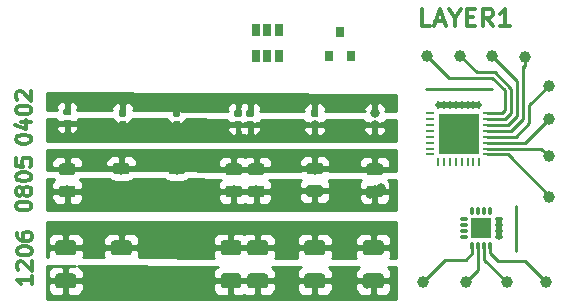
<source format=gbr>
G04 #@! TF.GenerationSoftware,KiCad,Pcbnew,(5.0.0)*
G04 #@! TF.CreationDate,2019-03-07T00:39:03-05:00*
G04 #@! TF.ProjectId,Reflow_Test1,5265666C6F775F54657374312E6B6963,rev?*
G04 #@! TF.SameCoordinates,Original*
G04 #@! TF.FileFunction,Copper,L1,Top,Signal*
G04 #@! TF.FilePolarity,Positive*
%FSLAX46Y46*%
G04 Gerber Fmt 4.6, Leading zero omitted, Abs format (unit mm)*
G04 Created by KiCad (PCBNEW (5.0.0)) date 03/07/19 00:39:03*
%MOMM*%
%LPD*%
G01*
G04 APERTURE LIST*
G04 #@! TA.AperFunction,NonConductor*
%ADD10C,0.300000*%
G04 #@! TD*
G04 #@! TA.AperFunction,Conductor*
%ADD11C,0.100000*%
G04 #@! TD*
G04 #@! TA.AperFunction,SMDPad,CuDef*
%ADD12C,0.975000*%
G04 #@! TD*
G04 #@! TA.AperFunction,SMDPad,CuDef*
%ADD13R,0.800000X0.900000*%
G04 #@! TD*
G04 #@! TA.AperFunction,SMDPad,CuDef*
%ADD14C,0.590000*%
G04 #@! TD*
G04 #@! TA.AperFunction,SMDPad,CuDef*
%ADD15C,1.250000*%
G04 #@! TD*
G04 #@! TA.AperFunction,BGAPad,CuDef*
%ADD16C,1.000000*%
G04 #@! TD*
G04 #@! TA.AperFunction,SMDPad,CuDef*
%ADD17O,0.300000X0.750000*%
G04 #@! TD*
G04 #@! TA.AperFunction,SMDPad,CuDef*
%ADD18O,0.750000X0.300000*%
G04 #@! TD*
G04 #@! TA.AperFunction,SMDPad,CuDef*
%ADD19R,1.800000X1.800000*%
G04 #@! TD*
G04 #@! TA.AperFunction,SMDPad,CuDef*
%ADD20R,0.700000X0.250000*%
G04 #@! TD*
G04 #@! TA.AperFunction,SMDPad,CuDef*
%ADD21R,0.250000X0.700000*%
G04 #@! TD*
G04 #@! TA.AperFunction,SMDPad,CuDef*
%ADD22R,3.450000X3.450000*%
G04 #@! TD*
G04 #@! TA.AperFunction,SMDPad,CuDef*
%ADD23R,0.650000X1.060000*%
G04 #@! TD*
G04 #@! TA.AperFunction,ViaPad*
%ADD24C,0.800000*%
G04 #@! TD*
G04 #@! TA.AperFunction,Conductor*
%ADD25C,0.250000*%
G04 #@! TD*
G04 #@! TA.AperFunction,Conductor*
%ADD26C,0.500000*%
G04 #@! TD*
G04 #@! TA.AperFunction,Conductor*
%ADD27C,0.254000*%
G04 #@! TD*
G04 APERTURE END LIST*
D10*
X151023214Y-90594571D02*
X150308928Y-90594571D01*
X150308928Y-89094571D01*
X151451785Y-90166000D02*
X152166071Y-90166000D01*
X151308928Y-90594571D02*
X151808928Y-89094571D01*
X152308928Y-90594571D01*
X153094642Y-89880285D02*
X153094642Y-90594571D01*
X152594642Y-89094571D02*
X153094642Y-89880285D01*
X153594642Y-89094571D01*
X154094642Y-89808857D02*
X154594642Y-89808857D01*
X154808928Y-90594571D02*
X154094642Y-90594571D01*
X154094642Y-89094571D01*
X154808928Y-89094571D01*
X156308928Y-90594571D02*
X155808928Y-89880285D01*
X155451785Y-90594571D02*
X155451785Y-89094571D01*
X156023214Y-89094571D01*
X156166071Y-89166000D01*
X156237500Y-89237428D01*
X156308928Y-89380285D01*
X156308928Y-89594571D01*
X156237500Y-89737428D01*
X156166071Y-89808857D01*
X156023214Y-89880285D01*
X155451785Y-89880285D01*
X157737500Y-90594571D02*
X156880357Y-90594571D01*
X157308928Y-90594571D02*
X157308928Y-89094571D01*
X157166071Y-89308857D01*
X157023214Y-89451714D01*
X156880357Y-89523142D01*
X115937595Y-105868547D02*
X115937595Y-105744738D01*
X115999500Y-105620928D01*
X116061404Y-105559023D01*
X116185214Y-105497119D01*
X116432833Y-105435214D01*
X116742357Y-105435214D01*
X116989976Y-105497119D01*
X117113785Y-105559023D01*
X117175690Y-105620928D01*
X117237595Y-105744738D01*
X117237595Y-105868547D01*
X117175690Y-105992357D01*
X117113785Y-106054261D01*
X116989976Y-106116166D01*
X116742357Y-106178071D01*
X116432833Y-106178071D01*
X116185214Y-106116166D01*
X116061404Y-106054261D01*
X115999500Y-105992357D01*
X115937595Y-105868547D01*
X116494738Y-104692357D02*
X116432833Y-104816166D01*
X116370928Y-104878071D01*
X116247119Y-104939976D01*
X116185214Y-104939976D01*
X116061404Y-104878071D01*
X115999500Y-104816166D01*
X115937595Y-104692357D01*
X115937595Y-104444738D01*
X115999500Y-104320928D01*
X116061404Y-104259023D01*
X116185214Y-104197119D01*
X116247119Y-104197119D01*
X116370928Y-104259023D01*
X116432833Y-104320928D01*
X116494738Y-104444738D01*
X116494738Y-104692357D01*
X116556642Y-104816166D01*
X116618547Y-104878071D01*
X116742357Y-104939976D01*
X116989976Y-104939976D01*
X117113785Y-104878071D01*
X117175690Y-104816166D01*
X117237595Y-104692357D01*
X117237595Y-104444738D01*
X117175690Y-104320928D01*
X117113785Y-104259023D01*
X116989976Y-104197119D01*
X116742357Y-104197119D01*
X116618547Y-104259023D01*
X116556642Y-104320928D01*
X116494738Y-104444738D01*
X115937595Y-103392357D02*
X115937595Y-103268547D01*
X115999500Y-103144738D01*
X116061404Y-103082833D01*
X116185214Y-103020928D01*
X116432833Y-102959023D01*
X116742357Y-102959023D01*
X116989976Y-103020928D01*
X117113785Y-103082833D01*
X117175690Y-103144738D01*
X117237595Y-103268547D01*
X117237595Y-103392357D01*
X117175690Y-103516166D01*
X117113785Y-103578071D01*
X116989976Y-103639976D01*
X116742357Y-103701880D01*
X116432833Y-103701880D01*
X116185214Y-103639976D01*
X116061404Y-103578071D01*
X115999500Y-103516166D01*
X115937595Y-103392357D01*
X115937595Y-101782833D02*
X115937595Y-102401880D01*
X116556642Y-102463785D01*
X116494738Y-102401880D01*
X116432833Y-102278071D01*
X116432833Y-101968547D01*
X116494738Y-101844738D01*
X116556642Y-101782833D01*
X116680452Y-101720928D01*
X116989976Y-101720928D01*
X117113785Y-101782833D01*
X117175690Y-101844738D01*
X117237595Y-101968547D01*
X117237595Y-102278071D01*
X117175690Y-102401880D01*
X117113785Y-102463785D01*
X117301095Y-111708952D02*
X117301095Y-112451809D01*
X117301095Y-112080380D02*
X116001095Y-112080380D01*
X116186809Y-112204190D01*
X116310619Y-112328000D01*
X116372523Y-112451809D01*
X116124904Y-111213714D02*
X116063000Y-111151809D01*
X116001095Y-111028000D01*
X116001095Y-110718476D01*
X116063000Y-110594666D01*
X116124904Y-110532761D01*
X116248714Y-110470857D01*
X116372523Y-110470857D01*
X116558238Y-110532761D01*
X117301095Y-111275619D01*
X117301095Y-110470857D01*
X116001095Y-109666095D02*
X116001095Y-109542285D01*
X116063000Y-109418476D01*
X116124904Y-109356571D01*
X116248714Y-109294666D01*
X116496333Y-109232761D01*
X116805857Y-109232761D01*
X117053476Y-109294666D01*
X117177285Y-109356571D01*
X117239190Y-109418476D01*
X117301095Y-109542285D01*
X117301095Y-109666095D01*
X117239190Y-109789904D01*
X117177285Y-109851809D01*
X117053476Y-109913714D01*
X116805857Y-109975619D01*
X116496333Y-109975619D01*
X116248714Y-109913714D01*
X116124904Y-109851809D01*
X116063000Y-109789904D01*
X116001095Y-109666095D01*
X116001095Y-108118476D02*
X116001095Y-108366095D01*
X116063000Y-108489904D01*
X116124904Y-108551809D01*
X116310619Y-108675619D01*
X116558238Y-108737523D01*
X117053476Y-108737523D01*
X117177285Y-108675619D01*
X117239190Y-108613714D01*
X117301095Y-108489904D01*
X117301095Y-108242285D01*
X117239190Y-108118476D01*
X117177285Y-108056571D01*
X117053476Y-107994666D01*
X116743952Y-107994666D01*
X116620142Y-108056571D01*
X116558238Y-108118476D01*
X116496333Y-108242285D01*
X116496333Y-108489904D01*
X116558238Y-108613714D01*
X116620142Y-108675619D01*
X116743952Y-108737523D01*
X115937595Y-100217047D02*
X115937595Y-100093238D01*
X115999500Y-99969428D01*
X116061404Y-99907523D01*
X116185214Y-99845619D01*
X116432833Y-99783714D01*
X116742357Y-99783714D01*
X116989976Y-99845619D01*
X117113785Y-99907523D01*
X117175690Y-99969428D01*
X117237595Y-100093238D01*
X117237595Y-100217047D01*
X117175690Y-100340857D01*
X117113785Y-100402761D01*
X116989976Y-100464666D01*
X116742357Y-100526571D01*
X116432833Y-100526571D01*
X116185214Y-100464666D01*
X116061404Y-100402761D01*
X115999500Y-100340857D01*
X115937595Y-100217047D01*
X116370928Y-98669428D02*
X117237595Y-98669428D01*
X115875690Y-98978952D02*
X116804261Y-99288476D01*
X116804261Y-98483714D01*
X115937595Y-97740857D02*
X115937595Y-97617047D01*
X115999500Y-97493238D01*
X116061404Y-97431333D01*
X116185214Y-97369428D01*
X116432833Y-97307523D01*
X116742357Y-97307523D01*
X116989976Y-97369428D01*
X117113785Y-97431333D01*
X117175690Y-97493238D01*
X117237595Y-97617047D01*
X117237595Y-97740857D01*
X117175690Y-97864666D01*
X117113785Y-97926571D01*
X116989976Y-97988476D01*
X116742357Y-98050380D01*
X116432833Y-98050380D01*
X116185214Y-97988476D01*
X116061404Y-97926571D01*
X115999500Y-97864666D01*
X115937595Y-97740857D01*
X116061404Y-96812285D02*
X115999500Y-96750380D01*
X115937595Y-96626571D01*
X115937595Y-96317047D01*
X115999500Y-96193238D01*
X116061404Y-96131333D01*
X116185214Y-96069428D01*
X116309023Y-96069428D01*
X116494738Y-96131333D01*
X117237595Y-96874190D01*
X117237595Y-96069428D01*
D11*
G04 #@! TO.N,GND*
G04 #@! TO.C,R2*
G36*
X120749142Y-102208174D02*
X120772803Y-102211684D01*
X120796007Y-102217496D01*
X120818529Y-102225554D01*
X120840153Y-102235782D01*
X120860670Y-102248079D01*
X120879883Y-102262329D01*
X120897607Y-102278393D01*
X120913671Y-102296117D01*
X120927921Y-102315330D01*
X120940218Y-102335847D01*
X120950446Y-102357471D01*
X120958504Y-102379993D01*
X120964316Y-102403197D01*
X120967826Y-102426858D01*
X120969000Y-102450750D01*
X120969000Y-102938250D01*
X120967826Y-102962142D01*
X120964316Y-102985803D01*
X120958504Y-103009007D01*
X120950446Y-103031529D01*
X120940218Y-103053153D01*
X120927921Y-103073670D01*
X120913671Y-103092883D01*
X120897607Y-103110607D01*
X120879883Y-103126671D01*
X120860670Y-103140921D01*
X120840153Y-103153218D01*
X120818529Y-103163446D01*
X120796007Y-103171504D01*
X120772803Y-103177316D01*
X120749142Y-103180826D01*
X120725250Y-103182000D01*
X119812750Y-103182000D01*
X119788858Y-103180826D01*
X119765197Y-103177316D01*
X119741993Y-103171504D01*
X119719471Y-103163446D01*
X119697847Y-103153218D01*
X119677330Y-103140921D01*
X119658117Y-103126671D01*
X119640393Y-103110607D01*
X119624329Y-103092883D01*
X119610079Y-103073670D01*
X119597782Y-103053153D01*
X119587554Y-103031529D01*
X119579496Y-103009007D01*
X119573684Y-102985803D01*
X119570174Y-102962142D01*
X119569000Y-102938250D01*
X119569000Y-102450750D01*
X119570174Y-102426858D01*
X119573684Y-102403197D01*
X119579496Y-102379993D01*
X119587554Y-102357471D01*
X119597782Y-102335847D01*
X119610079Y-102315330D01*
X119624329Y-102296117D01*
X119640393Y-102278393D01*
X119658117Y-102262329D01*
X119677330Y-102248079D01*
X119697847Y-102235782D01*
X119719471Y-102225554D01*
X119741993Y-102217496D01*
X119765197Y-102211684D01*
X119788858Y-102208174D01*
X119812750Y-102207000D01*
X120725250Y-102207000D01*
X120749142Y-102208174D01*
X120749142Y-102208174D01*
G37*
D12*
G04 #@! TD*
G04 #@! TO.P,R2,2*
G04 #@! TO.N,GND*
X120269000Y-102694500D03*
D11*
G04 #@! TO.N,VCC*
G04 #@! TO.C,R2*
G36*
X120749142Y-104083174D02*
X120772803Y-104086684D01*
X120796007Y-104092496D01*
X120818529Y-104100554D01*
X120840153Y-104110782D01*
X120860670Y-104123079D01*
X120879883Y-104137329D01*
X120897607Y-104153393D01*
X120913671Y-104171117D01*
X120927921Y-104190330D01*
X120940218Y-104210847D01*
X120950446Y-104232471D01*
X120958504Y-104254993D01*
X120964316Y-104278197D01*
X120967826Y-104301858D01*
X120969000Y-104325750D01*
X120969000Y-104813250D01*
X120967826Y-104837142D01*
X120964316Y-104860803D01*
X120958504Y-104884007D01*
X120950446Y-104906529D01*
X120940218Y-104928153D01*
X120927921Y-104948670D01*
X120913671Y-104967883D01*
X120897607Y-104985607D01*
X120879883Y-105001671D01*
X120860670Y-105015921D01*
X120840153Y-105028218D01*
X120818529Y-105038446D01*
X120796007Y-105046504D01*
X120772803Y-105052316D01*
X120749142Y-105055826D01*
X120725250Y-105057000D01*
X119812750Y-105057000D01*
X119788858Y-105055826D01*
X119765197Y-105052316D01*
X119741993Y-105046504D01*
X119719471Y-105038446D01*
X119697847Y-105028218D01*
X119677330Y-105015921D01*
X119658117Y-105001671D01*
X119640393Y-104985607D01*
X119624329Y-104967883D01*
X119610079Y-104948670D01*
X119597782Y-104928153D01*
X119587554Y-104906529D01*
X119579496Y-104884007D01*
X119573684Y-104860803D01*
X119570174Y-104837142D01*
X119569000Y-104813250D01*
X119569000Y-104325750D01*
X119570174Y-104301858D01*
X119573684Y-104278197D01*
X119579496Y-104254993D01*
X119587554Y-104232471D01*
X119597782Y-104210847D01*
X119610079Y-104190330D01*
X119624329Y-104171117D01*
X119640393Y-104153393D01*
X119658117Y-104137329D01*
X119677330Y-104123079D01*
X119697847Y-104110782D01*
X119719471Y-104100554D01*
X119741993Y-104092496D01*
X119765197Y-104086684D01*
X119788858Y-104083174D01*
X119812750Y-104082000D01*
X120725250Y-104082000D01*
X120749142Y-104083174D01*
X120749142Y-104083174D01*
G37*
D12*
G04 #@! TD*
G04 #@! TO.P,R2,1*
G04 #@! TO.N,VCC*
X120269000Y-104569500D03*
D13*
G04 #@! TO.P,Q1,1*
G04 #@! TO.N,N/C*
X142433000Y-93075000D03*
G04 #@! TO.P,Q1,2*
X144333000Y-93075000D03*
G04 #@! TO.P,Q1,3*
X143383000Y-91075000D03*
G04 #@! TD*
D11*
G04 #@! TO.N,VCC*
G04 #@! TO.C,R1*
G36*
X120455958Y-98511710D02*
X120470276Y-98513834D01*
X120484317Y-98517351D01*
X120497946Y-98522228D01*
X120511031Y-98528417D01*
X120523447Y-98535858D01*
X120535073Y-98544481D01*
X120545798Y-98554202D01*
X120555519Y-98564927D01*
X120564142Y-98576553D01*
X120571583Y-98588969D01*
X120577772Y-98602054D01*
X120582649Y-98615683D01*
X120586166Y-98629724D01*
X120588290Y-98644042D01*
X120589000Y-98658500D01*
X120589000Y-98953500D01*
X120588290Y-98967958D01*
X120586166Y-98982276D01*
X120582649Y-98996317D01*
X120577772Y-99009946D01*
X120571583Y-99023031D01*
X120564142Y-99035447D01*
X120555519Y-99047073D01*
X120545798Y-99057798D01*
X120535073Y-99067519D01*
X120523447Y-99076142D01*
X120511031Y-99083583D01*
X120497946Y-99089772D01*
X120484317Y-99094649D01*
X120470276Y-99098166D01*
X120455958Y-99100290D01*
X120441500Y-99101000D01*
X120096500Y-99101000D01*
X120082042Y-99100290D01*
X120067724Y-99098166D01*
X120053683Y-99094649D01*
X120040054Y-99089772D01*
X120026969Y-99083583D01*
X120014553Y-99076142D01*
X120002927Y-99067519D01*
X119992202Y-99057798D01*
X119982481Y-99047073D01*
X119973858Y-99035447D01*
X119966417Y-99023031D01*
X119960228Y-99009946D01*
X119955351Y-98996317D01*
X119951834Y-98982276D01*
X119949710Y-98967958D01*
X119949000Y-98953500D01*
X119949000Y-98658500D01*
X119949710Y-98644042D01*
X119951834Y-98629724D01*
X119955351Y-98615683D01*
X119960228Y-98602054D01*
X119966417Y-98588969D01*
X119973858Y-98576553D01*
X119982481Y-98564927D01*
X119992202Y-98554202D01*
X120002927Y-98544481D01*
X120014553Y-98535858D01*
X120026969Y-98528417D01*
X120040054Y-98522228D01*
X120053683Y-98517351D01*
X120067724Y-98513834D01*
X120082042Y-98511710D01*
X120096500Y-98511000D01*
X120441500Y-98511000D01*
X120455958Y-98511710D01*
X120455958Y-98511710D01*
G37*
D14*
G04 #@! TD*
G04 #@! TO.P,R1,1*
G04 #@! TO.N,VCC*
X120269000Y-98806000D03*
D11*
G04 #@! TO.N,GND*
G04 #@! TO.C,R1*
G36*
X120455958Y-97541710D02*
X120470276Y-97543834D01*
X120484317Y-97547351D01*
X120497946Y-97552228D01*
X120511031Y-97558417D01*
X120523447Y-97565858D01*
X120535073Y-97574481D01*
X120545798Y-97584202D01*
X120555519Y-97594927D01*
X120564142Y-97606553D01*
X120571583Y-97618969D01*
X120577772Y-97632054D01*
X120582649Y-97645683D01*
X120586166Y-97659724D01*
X120588290Y-97674042D01*
X120589000Y-97688500D01*
X120589000Y-97983500D01*
X120588290Y-97997958D01*
X120586166Y-98012276D01*
X120582649Y-98026317D01*
X120577772Y-98039946D01*
X120571583Y-98053031D01*
X120564142Y-98065447D01*
X120555519Y-98077073D01*
X120545798Y-98087798D01*
X120535073Y-98097519D01*
X120523447Y-98106142D01*
X120511031Y-98113583D01*
X120497946Y-98119772D01*
X120484317Y-98124649D01*
X120470276Y-98128166D01*
X120455958Y-98130290D01*
X120441500Y-98131000D01*
X120096500Y-98131000D01*
X120082042Y-98130290D01*
X120067724Y-98128166D01*
X120053683Y-98124649D01*
X120040054Y-98119772D01*
X120026969Y-98113583D01*
X120014553Y-98106142D01*
X120002927Y-98097519D01*
X119992202Y-98087798D01*
X119982481Y-98077073D01*
X119973858Y-98065447D01*
X119966417Y-98053031D01*
X119960228Y-98039946D01*
X119955351Y-98026317D01*
X119951834Y-98012276D01*
X119949710Y-97997958D01*
X119949000Y-97983500D01*
X119949000Y-97688500D01*
X119949710Y-97674042D01*
X119951834Y-97659724D01*
X119955351Y-97645683D01*
X119960228Y-97632054D01*
X119966417Y-97618969D01*
X119973858Y-97606553D01*
X119982481Y-97594927D01*
X119992202Y-97584202D01*
X120002927Y-97574481D01*
X120014553Y-97565858D01*
X120026969Y-97558417D01*
X120040054Y-97552228D01*
X120053683Y-97547351D01*
X120067724Y-97543834D01*
X120082042Y-97541710D01*
X120096500Y-97541000D01*
X120441500Y-97541000D01*
X120455958Y-97541710D01*
X120455958Y-97541710D01*
G37*
D14*
G04 #@! TD*
G04 #@! TO.P,R1,2*
G04 #@! TO.N,GND*
X120269000Y-97836000D03*
D11*
G04 #@! TO.N,GND*
G04 #@! TO.C,R3*
G36*
X120791504Y-108720204D02*
X120815773Y-108723804D01*
X120839571Y-108729765D01*
X120862671Y-108738030D01*
X120884849Y-108748520D01*
X120905893Y-108761133D01*
X120925598Y-108775747D01*
X120943777Y-108792223D01*
X120960253Y-108810402D01*
X120974867Y-108830107D01*
X120987480Y-108851151D01*
X120997970Y-108873329D01*
X121006235Y-108896429D01*
X121012196Y-108920227D01*
X121015796Y-108944496D01*
X121017000Y-108969000D01*
X121017000Y-109719000D01*
X121015796Y-109743504D01*
X121012196Y-109767773D01*
X121006235Y-109791571D01*
X120997970Y-109814671D01*
X120987480Y-109836849D01*
X120974867Y-109857893D01*
X120960253Y-109877598D01*
X120943777Y-109895777D01*
X120925598Y-109912253D01*
X120905893Y-109926867D01*
X120884849Y-109939480D01*
X120862671Y-109949970D01*
X120839571Y-109958235D01*
X120815773Y-109964196D01*
X120791504Y-109967796D01*
X120767000Y-109969000D01*
X119517000Y-109969000D01*
X119492496Y-109967796D01*
X119468227Y-109964196D01*
X119444429Y-109958235D01*
X119421329Y-109949970D01*
X119399151Y-109939480D01*
X119378107Y-109926867D01*
X119358402Y-109912253D01*
X119340223Y-109895777D01*
X119323747Y-109877598D01*
X119309133Y-109857893D01*
X119296520Y-109836849D01*
X119286030Y-109814671D01*
X119277765Y-109791571D01*
X119271804Y-109767773D01*
X119268204Y-109743504D01*
X119267000Y-109719000D01*
X119267000Y-108969000D01*
X119268204Y-108944496D01*
X119271804Y-108920227D01*
X119277765Y-108896429D01*
X119286030Y-108873329D01*
X119296520Y-108851151D01*
X119309133Y-108830107D01*
X119323747Y-108810402D01*
X119340223Y-108792223D01*
X119358402Y-108775747D01*
X119378107Y-108761133D01*
X119399151Y-108748520D01*
X119421329Y-108738030D01*
X119444429Y-108729765D01*
X119468227Y-108723804D01*
X119492496Y-108720204D01*
X119517000Y-108719000D01*
X120767000Y-108719000D01*
X120791504Y-108720204D01*
X120791504Y-108720204D01*
G37*
D15*
G04 #@! TD*
G04 #@! TO.P,R3,2*
G04 #@! TO.N,GND*
X120142000Y-109344000D03*
D11*
G04 #@! TO.N,VCC*
G04 #@! TO.C,R3*
G36*
X120791504Y-111520204D02*
X120815773Y-111523804D01*
X120839571Y-111529765D01*
X120862671Y-111538030D01*
X120884849Y-111548520D01*
X120905893Y-111561133D01*
X120925598Y-111575747D01*
X120943777Y-111592223D01*
X120960253Y-111610402D01*
X120974867Y-111630107D01*
X120987480Y-111651151D01*
X120997970Y-111673329D01*
X121006235Y-111696429D01*
X121012196Y-111720227D01*
X121015796Y-111744496D01*
X121017000Y-111769000D01*
X121017000Y-112519000D01*
X121015796Y-112543504D01*
X121012196Y-112567773D01*
X121006235Y-112591571D01*
X120997970Y-112614671D01*
X120987480Y-112636849D01*
X120974867Y-112657893D01*
X120960253Y-112677598D01*
X120943777Y-112695777D01*
X120925598Y-112712253D01*
X120905893Y-112726867D01*
X120884849Y-112739480D01*
X120862671Y-112749970D01*
X120839571Y-112758235D01*
X120815773Y-112764196D01*
X120791504Y-112767796D01*
X120767000Y-112769000D01*
X119517000Y-112769000D01*
X119492496Y-112767796D01*
X119468227Y-112764196D01*
X119444429Y-112758235D01*
X119421329Y-112749970D01*
X119399151Y-112739480D01*
X119378107Y-112726867D01*
X119358402Y-112712253D01*
X119340223Y-112695777D01*
X119323747Y-112677598D01*
X119309133Y-112657893D01*
X119296520Y-112636849D01*
X119286030Y-112614671D01*
X119277765Y-112591571D01*
X119271804Y-112567773D01*
X119268204Y-112543504D01*
X119267000Y-112519000D01*
X119267000Y-111769000D01*
X119268204Y-111744496D01*
X119271804Y-111720227D01*
X119277765Y-111696429D01*
X119286030Y-111673329D01*
X119296520Y-111651151D01*
X119309133Y-111630107D01*
X119323747Y-111610402D01*
X119340223Y-111592223D01*
X119358402Y-111575747D01*
X119378107Y-111561133D01*
X119399151Y-111548520D01*
X119421329Y-111538030D01*
X119444429Y-111529765D01*
X119468227Y-111523804D01*
X119492496Y-111520204D01*
X119517000Y-111519000D01*
X120767000Y-111519000D01*
X120791504Y-111520204D01*
X120791504Y-111520204D01*
G37*
D15*
G04 #@! TD*
G04 #@! TO.P,R3,1*
G04 #@! TO.N,VCC*
X120142000Y-112144000D03*
D11*
G04 #@! TO.N,GND*
G04 #@! TO.C,R4*
G36*
X125154958Y-97645710D02*
X125169276Y-97647834D01*
X125183317Y-97651351D01*
X125196946Y-97656228D01*
X125210031Y-97662417D01*
X125222447Y-97669858D01*
X125234073Y-97678481D01*
X125244798Y-97688202D01*
X125254519Y-97698927D01*
X125263142Y-97710553D01*
X125270583Y-97722969D01*
X125276772Y-97736054D01*
X125281649Y-97749683D01*
X125285166Y-97763724D01*
X125287290Y-97778042D01*
X125288000Y-97792500D01*
X125288000Y-98087500D01*
X125287290Y-98101958D01*
X125285166Y-98116276D01*
X125281649Y-98130317D01*
X125276772Y-98143946D01*
X125270583Y-98157031D01*
X125263142Y-98169447D01*
X125254519Y-98181073D01*
X125244798Y-98191798D01*
X125234073Y-98201519D01*
X125222447Y-98210142D01*
X125210031Y-98217583D01*
X125196946Y-98223772D01*
X125183317Y-98228649D01*
X125169276Y-98232166D01*
X125154958Y-98234290D01*
X125140500Y-98235000D01*
X124795500Y-98235000D01*
X124781042Y-98234290D01*
X124766724Y-98232166D01*
X124752683Y-98228649D01*
X124739054Y-98223772D01*
X124725969Y-98217583D01*
X124713553Y-98210142D01*
X124701927Y-98201519D01*
X124691202Y-98191798D01*
X124681481Y-98181073D01*
X124672858Y-98169447D01*
X124665417Y-98157031D01*
X124659228Y-98143946D01*
X124654351Y-98130317D01*
X124650834Y-98116276D01*
X124648710Y-98101958D01*
X124648000Y-98087500D01*
X124648000Y-97792500D01*
X124648710Y-97778042D01*
X124650834Y-97763724D01*
X124654351Y-97749683D01*
X124659228Y-97736054D01*
X124665417Y-97722969D01*
X124672858Y-97710553D01*
X124681481Y-97698927D01*
X124691202Y-97688202D01*
X124701927Y-97678481D01*
X124713553Y-97669858D01*
X124725969Y-97662417D01*
X124739054Y-97656228D01*
X124752683Y-97651351D01*
X124766724Y-97647834D01*
X124781042Y-97645710D01*
X124795500Y-97645000D01*
X125140500Y-97645000D01*
X125154958Y-97645710D01*
X125154958Y-97645710D01*
G37*
D14*
G04 #@! TD*
G04 #@! TO.P,R4,2*
G04 #@! TO.N,GND*
X124968000Y-97940000D03*
D11*
G04 #@! TO.N,VCC*
G04 #@! TO.C,R4*
G36*
X125154958Y-98615710D02*
X125169276Y-98617834D01*
X125183317Y-98621351D01*
X125196946Y-98626228D01*
X125210031Y-98632417D01*
X125222447Y-98639858D01*
X125234073Y-98648481D01*
X125244798Y-98658202D01*
X125254519Y-98668927D01*
X125263142Y-98680553D01*
X125270583Y-98692969D01*
X125276772Y-98706054D01*
X125281649Y-98719683D01*
X125285166Y-98733724D01*
X125287290Y-98748042D01*
X125288000Y-98762500D01*
X125288000Y-99057500D01*
X125287290Y-99071958D01*
X125285166Y-99086276D01*
X125281649Y-99100317D01*
X125276772Y-99113946D01*
X125270583Y-99127031D01*
X125263142Y-99139447D01*
X125254519Y-99151073D01*
X125244798Y-99161798D01*
X125234073Y-99171519D01*
X125222447Y-99180142D01*
X125210031Y-99187583D01*
X125196946Y-99193772D01*
X125183317Y-99198649D01*
X125169276Y-99202166D01*
X125154958Y-99204290D01*
X125140500Y-99205000D01*
X124795500Y-99205000D01*
X124781042Y-99204290D01*
X124766724Y-99202166D01*
X124752683Y-99198649D01*
X124739054Y-99193772D01*
X124725969Y-99187583D01*
X124713553Y-99180142D01*
X124701927Y-99171519D01*
X124691202Y-99161798D01*
X124681481Y-99151073D01*
X124672858Y-99139447D01*
X124665417Y-99127031D01*
X124659228Y-99113946D01*
X124654351Y-99100317D01*
X124650834Y-99086276D01*
X124648710Y-99071958D01*
X124648000Y-99057500D01*
X124648000Y-98762500D01*
X124648710Y-98748042D01*
X124650834Y-98733724D01*
X124654351Y-98719683D01*
X124659228Y-98706054D01*
X124665417Y-98692969D01*
X124672858Y-98680553D01*
X124681481Y-98668927D01*
X124691202Y-98658202D01*
X124701927Y-98648481D01*
X124713553Y-98639858D01*
X124725969Y-98632417D01*
X124739054Y-98626228D01*
X124752683Y-98621351D01*
X124766724Y-98617834D01*
X124781042Y-98615710D01*
X124795500Y-98615000D01*
X125140500Y-98615000D01*
X125154958Y-98615710D01*
X125154958Y-98615710D01*
G37*
D14*
G04 #@! TD*
G04 #@! TO.P,R4,1*
G04 #@! TO.N,VCC*
X124968000Y-98910000D03*
D11*
G04 #@! TO.N,VCC*
G04 #@! TO.C,R5*
G36*
X125321142Y-104034674D02*
X125344803Y-104038184D01*
X125368007Y-104043996D01*
X125390529Y-104052054D01*
X125412153Y-104062282D01*
X125432670Y-104074579D01*
X125451883Y-104088829D01*
X125469607Y-104104893D01*
X125485671Y-104122617D01*
X125499921Y-104141830D01*
X125512218Y-104162347D01*
X125522446Y-104183971D01*
X125530504Y-104206493D01*
X125536316Y-104229697D01*
X125539826Y-104253358D01*
X125541000Y-104277250D01*
X125541000Y-104764750D01*
X125539826Y-104788642D01*
X125536316Y-104812303D01*
X125530504Y-104835507D01*
X125522446Y-104858029D01*
X125512218Y-104879653D01*
X125499921Y-104900170D01*
X125485671Y-104919383D01*
X125469607Y-104937107D01*
X125451883Y-104953171D01*
X125432670Y-104967421D01*
X125412153Y-104979718D01*
X125390529Y-104989946D01*
X125368007Y-104998004D01*
X125344803Y-105003816D01*
X125321142Y-105007326D01*
X125297250Y-105008500D01*
X124384750Y-105008500D01*
X124360858Y-105007326D01*
X124337197Y-105003816D01*
X124313993Y-104998004D01*
X124291471Y-104989946D01*
X124269847Y-104979718D01*
X124249330Y-104967421D01*
X124230117Y-104953171D01*
X124212393Y-104937107D01*
X124196329Y-104919383D01*
X124182079Y-104900170D01*
X124169782Y-104879653D01*
X124159554Y-104858029D01*
X124151496Y-104835507D01*
X124145684Y-104812303D01*
X124142174Y-104788642D01*
X124141000Y-104764750D01*
X124141000Y-104277250D01*
X124142174Y-104253358D01*
X124145684Y-104229697D01*
X124151496Y-104206493D01*
X124159554Y-104183971D01*
X124169782Y-104162347D01*
X124182079Y-104141830D01*
X124196329Y-104122617D01*
X124212393Y-104104893D01*
X124230117Y-104088829D01*
X124249330Y-104074579D01*
X124269847Y-104062282D01*
X124291471Y-104052054D01*
X124313993Y-104043996D01*
X124337197Y-104038184D01*
X124360858Y-104034674D01*
X124384750Y-104033500D01*
X125297250Y-104033500D01*
X125321142Y-104034674D01*
X125321142Y-104034674D01*
G37*
D12*
G04 #@! TD*
G04 #@! TO.P,R5,1*
G04 #@! TO.N,VCC*
X124841000Y-104521000D03*
D11*
G04 #@! TO.N,GND*
G04 #@! TO.C,R5*
G36*
X125321142Y-102159674D02*
X125344803Y-102163184D01*
X125368007Y-102168996D01*
X125390529Y-102177054D01*
X125412153Y-102187282D01*
X125432670Y-102199579D01*
X125451883Y-102213829D01*
X125469607Y-102229893D01*
X125485671Y-102247617D01*
X125499921Y-102266830D01*
X125512218Y-102287347D01*
X125522446Y-102308971D01*
X125530504Y-102331493D01*
X125536316Y-102354697D01*
X125539826Y-102378358D01*
X125541000Y-102402250D01*
X125541000Y-102889750D01*
X125539826Y-102913642D01*
X125536316Y-102937303D01*
X125530504Y-102960507D01*
X125522446Y-102983029D01*
X125512218Y-103004653D01*
X125499921Y-103025170D01*
X125485671Y-103044383D01*
X125469607Y-103062107D01*
X125451883Y-103078171D01*
X125432670Y-103092421D01*
X125412153Y-103104718D01*
X125390529Y-103114946D01*
X125368007Y-103123004D01*
X125344803Y-103128816D01*
X125321142Y-103132326D01*
X125297250Y-103133500D01*
X124384750Y-103133500D01*
X124360858Y-103132326D01*
X124337197Y-103128816D01*
X124313993Y-103123004D01*
X124291471Y-103114946D01*
X124269847Y-103104718D01*
X124249330Y-103092421D01*
X124230117Y-103078171D01*
X124212393Y-103062107D01*
X124196329Y-103044383D01*
X124182079Y-103025170D01*
X124169782Y-103004653D01*
X124159554Y-102983029D01*
X124151496Y-102960507D01*
X124145684Y-102937303D01*
X124142174Y-102913642D01*
X124141000Y-102889750D01*
X124141000Y-102402250D01*
X124142174Y-102378358D01*
X124145684Y-102354697D01*
X124151496Y-102331493D01*
X124159554Y-102308971D01*
X124169782Y-102287347D01*
X124182079Y-102266830D01*
X124196329Y-102247617D01*
X124212393Y-102229893D01*
X124230117Y-102213829D01*
X124249330Y-102199579D01*
X124269847Y-102187282D01*
X124291471Y-102177054D01*
X124313993Y-102168996D01*
X124337197Y-102163184D01*
X124360858Y-102159674D01*
X124384750Y-102158500D01*
X125297250Y-102158500D01*
X125321142Y-102159674D01*
X125321142Y-102159674D01*
G37*
D12*
G04 #@! TD*
G04 #@! TO.P,R5,2*
G04 #@! TO.N,GND*
X124841000Y-102646000D03*
D11*
G04 #@! TO.N,VCC*
G04 #@! TO.C,R6*
G36*
X125490504Y-111523204D02*
X125514773Y-111526804D01*
X125538571Y-111532765D01*
X125561671Y-111541030D01*
X125583849Y-111551520D01*
X125604893Y-111564133D01*
X125624598Y-111578747D01*
X125642777Y-111595223D01*
X125659253Y-111613402D01*
X125673867Y-111633107D01*
X125686480Y-111654151D01*
X125696970Y-111676329D01*
X125705235Y-111699429D01*
X125711196Y-111723227D01*
X125714796Y-111747496D01*
X125716000Y-111772000D01*
X125716000Y-112522000D01*
X125714796Y-112546504D01*
X125711196Y-112570773D01*
X125705235Y-112594571D01*
X125696970Y-112617671D01*
X125686480Y-112639849D01*
X125673867Y-112660893D01*
X125659253Y-112680598D01*
X125642777Y-112698777D01*
X125624598Y-112715253D01*
X125604893Y-112729867D01*
X125583849Y-112742480D01*
X125561671Y-112752970D01*
X125538571Y-112761235D01*
X125514773Y-112767196D01*
X125490504Y-112770796D01*
X125466000Y-112772000D01*
X124216000Y-112772000D01*
X124191496Y-112770796D01*
X124167227Y-112767196D01*
X124143429Y-112761235D01*
X124120329Y-112752970D01*
X124098151Y-112742480D01*
X124077107Y-112729867D01*
X124057402Y-112715253D01*
X124039223Y-112698777D01*
X124022747Y-112680598D01*
X124008133Y-112660893D01*
X123995520Y-112639849D01*
X123985030Y-112617671D01*
X123976765Y-112594571D01*
X123970804Y-112570773D01*
X123967204Y-112546504D01*
X123966000Y-112522000D01*
X123966000Y-111772000D01*
X123967204Y-111747496D01*
X123970804Y-111723227D01*
X123976765Y-111699429D01*
X123985030Y-111676329D01*
X123995520Y-111654151D01*
X124008133Y-111633107D01*
X124022747Y-111613402D01*
X124039223Y-111595223D01*
X124057402Y-111578747D01*
X124077107Y-111564133D01*
X124098151Y-111551520D01*
X124120329Y-111541030D01*
X124143429Y-111532765D01*
X124167227Y-111526804D01*
X124191496Y-111523204D01*
X124216000Y-111522000D01*
X125466000Y-111522000D01*
X125490504Y-111523204D01*
X125490504Y-111523204D01*
G37*
D15*
G04 #@! TD*
G04 #@! TO.P,R6,1*
G04 #@! TO.N,VCC*
X124841000Y-112147000D03*
D11*
G04 #@! TO.N,GND*
G04 #@! TO.C,R6*
G36*
X125490504Y-108723204D02*
X125514773Y-108726804D01*
X125538571Y-108732765D01*
X125561671Y-108741030D01*
X125583849Y-108751520D01*
X125604893Y-108764133D01*
X125624598Y-108778747D01*
X125642777Y-108795223D01*
X125659253Y-108813402D01*
X125673867Y-108833107D01*
X125686480Y-108854151D01*
X125696970Y-108876329D01*
X125705235Y-108899429D01*
X125711196Y-108923227D01*
X125714796Y-108947496D01*
X125716000Y-108972000D01*
X125716000Y-109722000D01*
X125714796Y-109746504D01*
X125711196Y-109770773D01*
X125705235Y-109794571D01*
X125696970Y-109817671D01*
X125686480Y-109839849D01*
X125673867Y-109860893D01*
X125659253Y-109880598D01*
X125642777Y-109898777D01*
X125624598Y-109915253D01*
X125604893Y-109929867D01*
X125583849Y-109942480D01*
X125561671Y-109952970D01*
X125538571Y-109961235D01*
X125514773Y-109967196D01*
X125490504Y-109970796D01*
X125466000Y-109972000D01*
X124216000Y-109972000D01*
X124191496Y-109970796D01*
X124167227Y-109967196D01*
X124143429Y-109961235D01*
X124120329Y-109952970D01*
X124098151Y-109942480D01*
X124077107Y-109929867D01*
X124057402Y-109915253D01*
X124039223Y-109898777D01*
X124022747Y-109880598D01*
X124008133Y-109860893D01*
X123995520Y-109839849D01*
X123985030Y-109817671D01*
X123976765Y-109794571D01*
X123970804Y-109770773D01*
X123967204Y-109746504D01*
X123966000Y-109722000D01*
X123966000Y-108972000D01*
X123967204Y-108947496D01*
X123970804Y-108923227D01*
X123976765Y-108899429D01*
X123985030Y-108876329D01*
X123995520Y-108854151D01*
X124008133Y-108833107D01*
X124022747Y-108813402D01*
X124039223Y-108795223D01*
X124057402Y-108778747D01*
X124077107Y-108764133D01*
X124098151Y-108751520D01*
X124120329Y-108741030D01*
X124143429Y-108732765D01*
X124167227Y-108726804D01*
X124191496Y-108723204D01*
X124216000Y-108722000D01*
X125466000Y-108722000D01*
X125490504Y-108723204D01*
X125490504Y-108723204D01*
G37*
D15*
G04 #@! TD*
G04 #@! TO.P,R6,2*
G04 #@! TO.N,GND*
X124841000Y-109347000D03*
D11*
G04 #@! TO.N,VCC*
G04 #@! TO.C,R7*
G36*
X129726958Y-98615710D02*
X129741276Y-98617834D01*
X129755317Y-98621351D01*
X129768946Y-98626228D01*
X129782031Y-98632417D01*
X129794447Y-98639858D01*
X129806073Y-98648481D01*
X129816798Y-98658202D01*
X129826519Y-98668927D01*
X129835142Y-98680553D01*
X129842583Y-98692969D01*
X129848772Y-98706054D01*
X129853649Y-98719683D01*
X129857166Y-98733724D01*
X129859290Y-98748042D01*
X129860000Y-98762500D01*
X129860000Y-99057500D01*
X129859290Y-99071958D01*
X129857166Y-99086276D01*
X129853649Y-99100317D01*
X129848772Y-99113946D01*
X129842583Y-99127031D01*
X129835142Y-99139447D01*
X129826519Y-99151073D01*
X129816798Y-99161798D01*
X129806073Y-99171519D01*
X129794447Y-99180142D01*
X129782031Y-99187583D01*
X129768946Y-99193772D01*
X129755317Y-99198649D01*
X129741276Y-99202166D01*
X129726958Y-99204290D01*
X129712500Y-99205000D01*
X129367500Y-99205000D01*
X129353042Y-99204290D01*
X129338724Y-99202166D01*
X129324683Y-99198649D01*
X129311054Y-99193772D01*
X129297969Y-99187583D01*
X129285553Y-99180142D01*
X129273927Y-99171519D01*
X129263202Y-99161798D01*
X129253481Y-99151073D01*
X129244858Y-99139447D01*
X129237417Y-99127031D01*
X129231228Y-99113946D01*
X129226351Y-99100317D01*
X129222834Y-99086276D01*
X129220710Y-99071958D01*
X129220000Y-99057500D01*
X129220000Y-98762500D01*
X129220710Y-98748042D01*
X129222834Y-98733724D01*
X129226351Y-98719683D01*
X129231228Y-98706054D01*
X129237417Y-98692969D01*
X129244858Y-98680553D01*
X129253481Y-98668927D01*
X129263202Y-98658202D01*
X129273927Y-98648481D01*
X129285553Y-98639858D01*
X129297969Y-98632417D01*
X129311054Y-98626228D01*
X129324683Y-98621351D01*
X129338724Y-98617834D01*
X129353042Y-98615710D01*
X129367500Y-98615000D01*
X129712500Y-98615000D01*
X129726958Y-98615710D01*
X129726958Y-98615710D01*
G37*
D14*
G04 #@! TD*
G04 #@! TO.P,R7,1*
G04 #@! TO.N,VCC*
X129540000Y-98910000D03*
D11*
G04 #@! TO.N,GND*
G04 #@! TO.C,R7*
G36*
X129726958Y-97645710D02*
X129741276Y-97647834D01*
X129755317Y-97651351D01*
X129768946Y-97656228D01*
X129782031Y-97662417D01*
X129794447Y-97669858D01*
X129806073Y-97678481D01*
X129816798Y-97688202D01*
X129826519Y-97698927D01*
X129835142Y-97710553D01*
X129842583Y-97722969D01*
X129848772Y-97736054D01*
X129853649Y-97749683D01*
X129857166Y-97763724D01*
X129859290Y-97778042D01*
X129860000Y-97792500D01*
X129860000Y-98087500D01*
X129859290Y-98101958D01*
X129857166Y-98116276D01*
X129853649Y-98130317D01*
X129848772Y-98143946D01*
X129842583Y-98157031D01*
X129835142Y-98169447D01*
X129826519Y-98181073D01*
X129816798Y-98191798D01*
X129806073Y-98201519D01*
X129794447Y-98210142D01*
X129782031Y-98217583D01*
X129768946Y-98223772D01*
X129755317Y-98228649D01*
X129741276Y-98232166D01*
X129726958Y-98234290D01*
X129712500Y-98235000D01*
X129367500Y-98235000D01*
X129353042Y-98234290D01*
X129338724Y-98232166D01*
X129324683Y-98228649D01*
X129311054Y-98223772D01*
X129297969Y-98217583D01*
X129285553Y-98210142D01*
X129273927Y-98201519D01*
X129263202Y-98191798D01*
X129253481Y-98181073D01*
X129244858Y-98169447D01*
X129237417Y-98157031D01*
X129231228Y-98143946D01*
X129226351Y-98130317D01*
X129222834Y-98116276D01*
X129220710Y-98101958D01*
X129220000Y-98087500D01*
X129220000Y-97792500D01*
X129220710Y-97778042D01*
X129222834Y-97763724D01*
X129226351Y-97749683D01*
X129231228Y-97736054D01*
X129237417Y-97722969D01*
X129244858Y-97710553D01*
X129253481Y-97698927D01*
X129263202Y-97688202D01*
X129273927Y-97678481D01*
X129285553Y-97669858D01*
X129297969Y-97662417D01*
X129311054Y-97656228D01*
X129324683Y-97651351D01*
X129338724Y-97647834D01*
X129353042Y-97645710D01*
X129367500Y-97645000D01*
X129712500Y-97645000D01*
X129726958Y-97645710D01*
X129726958Y-97645710D01*
G37*
D14*
G04 #@! TD*
G04 #@! TO.P,R7,2*
G04 #@! TO.N,GND*
X129540000Y-97940000D03*
D11*
G04 #@! TO.N,GND*
G04 #@! TO.C,R8*
G36*
X130020142Y-102159674D02*
X130043803Y-102163184D01*
X130067007Y-102168996D01*
X130089529Y-102177054D01*
X130111153Y-102187282D01*
X130131670Y-102199579D01*
X130150883Y-102213829D01*
X130168607Y-102229893D01*
X130184671Y-102247617D01*
X130198921Y-102266830D01*
X130211218Y-102287347D01*
X130221446Y-102308971D01*
X130229504Y-102331493D01*
X130235316Y-102354697D01*
X130238826Y-102378358D01*
X130240000Y-102402250D01*
X130240000Y-102889750D01*
X130238826Y-102913642D01*
X130235316Y-102937303D01*
X130229504Y-102960507D01*
X130221446Y-102983029D01*
X130211218Y-103004653D01*
X130198921Y-103025170D01*
X130184671Y-103044383D01*
X130168607Y-103062107D01*
X130150883Y-103078171D01*
X130131670Y-103092421D01*
X130111153Y-103104718D01*
X130089529Y-103114946D01*
X130067007Y-103123004D01*
X130043803Y-103128816D01*
X130020142Y-103132326D01*
X129996250Y-103133500D01*
X129083750Y-103133500D01*
X129059858Y-103132326D01*
X129036197Y-103128816D01*
X129012993Y-103123004D01*
X128990471Y-103114946D01*
X128968847Y-103104718D01*
X128948330Y-103092421D01*
X128929117Y-103078171D01*
X128911393Y-103062107D01*
X128895329Y-103044383D01*
X128881079Y-103025170D01*
X128868782Y-103004653D01*
X128858554Y-102983029D01*
X128850496Y-102960507D01*
X128844684Y-102937303D01*
X128841174Y-102913642D01*
X128840000Y-102889750D01*
X128840000Y-102402250D01*
X128841174Y-102378358D01*
X128844684Y-102354697D01*
X128850496Y-102331493D01*
X128858554Y-102308971D01*
X128868782Y-102287347D01*
X128881079Y-102266830D01*
X128895329Y-102247617D01*
X128911393Y-102229893D01*
X128929117Y-102213829D01*
X128948330Y-102199579D01*
X128968847Y-102187282D01*
X128990471Y-102177054D01*
X129012993Y-102168996D01*
X129036197Y-102163184D01*
X129059858Y-102159674D01*
X129083750Y-102158500D01*
X129996250Y-102158500D01*
X130020142Y-102159674D01*
X130020142Y-102159674D01*
G37*
D12*
G04 #@! TD*
G04 #@! TO.P,R8,2*
G04 #@! TO.N,GND*
X129540000Y-102646000D03*
D11*
G04 #@! TO.N,VCC*
G04 #@! TO.C,R8*
G36*
X130020142Y-104034674D02*
X130043803Y-104038184D01*
X130067007Y-104043996D01*
X130089529Y-104052054D01*
X130111153Y-104062282D01*
X130131670Y-104074579D01*
X130150883Y-104088829D01*
X130168607Y-104104893D01*
X130184671Y-104122617D01*
X130198921Y-104141830D01*
X130211218Y-104162347D01*
X130221446Y-104183971D01*
X130229504Y-104206493D01*
X130235316Y-104229697D01*
X130238826Y-104253358D01*
X130240000Y-104277250D01*
X130240000Y-104764750D01*
X130238826Y-104788642D01*
X130235316Y-104812303D01*
X130229504Y-104835507D01*
X130221446Y-104858029D01*
X130211218Y-104879653D01*
X130198921Y-104900170D01*
X130184671Y-104919383D01*
X130168607Y-104937107D01*
X130150883Y-104953171D01*
X130131670Y-104967421D01*
X130111153Y-104979718D01*
X130089529Y-104989946D01*
X130067007Y-104998004D01*
X130043803Y-105003816D01*
X130020142Y-105007326D01*
X129996250Y-105008500D01*
X129083750Y-105008500D01*
X129059858Y-105007326D01*
X129036197Y-105003816D01*
X129012993Y-104998004D01*
X128990471Y-104989946D01*
X128968847Y-104979718D01*
X128948330Y-104967421D01*
X128929117Y-104953171D01*
X128911393Y-104937107D01*
X128895329Y-104919383D01*
X128881079Y-104900170D01*
X128868782Y-104879653D01*
X128858554Y-104858029D01*
X128850496Y-104835507D01*
X128844684Y-104812303D01*
X128841174Y-104788642D01*
X128840000Y-104764750D01*
X128840000Y-104277250D01*
X128841174Y-104253358D01*
X128844684Y-104229697D01*
X128850496Y-104206493D01*
X128858554Y-104183971D01*
X128868782Y-104162347D01*
X128881079Y-104141830D01*
X128895329Y-104122617D01*
X128911393Y-104104893D01*
X128929117Y-104088829D01*
X128948330Y-104074579D01*
X128968847Y-104062282D01*
X128990471Y-104052054D01*
X129012993Y-104043996D01*
X129036197Y-104038184D01*
X129059858Y-104034674D01*
X129083750Y-104033500D01*
X129996250Y-104033500D01*
X130020142Y-104034674D01*
X130020142Y-104034674D01*
G37*
D12*
G04 #@! TD*
G04 #@! TO.P,R8,1*
G04 #@! TO.N,VCC*
X129540000Y-104521000D03*
D11*
G04 #@! TO.N,VCC*
G04 #@! TO.C,R9*
G36*
X130062504Y-111520204D02*
X130086773Y-111523804D01*
X130110571Y-111529765D01*
X130133671Y-111538030D01*
X130155849Y-111548520D01*
X130176893Y-111561133D01*
X130196598Y-111575747D01*
X130214777Y-111592223D01*
X130231253Y-111610402D01*
X130245867Y-111630107D01*
X130258480Y-111651151D01*
X130268970Y-111673329D01*
X130277235Y-111696429D01*
X130283196Y-111720227D01*
X130286796Y-111744496D01*
X130288000Y-111769000D01*
X130288000Y-112519000D01*
X130286796Y-112543504D01*
X130283196Y-112567773D01*
X130277235Y-112591571D01*
X130268970Y-112614671D01*
X130258480Y-112636849D01*
X130245867Y-112657893D01*
X130231253Y-112677598D01*
X130214777Y-112695777D01*
X130196598Y-112712253D01*
X130176893Y-112726867D01*
X130155849Y-112739480D01*
X130133671Y-112749970D01*
X130110571Y-112758235D01*
X130086773Y-112764196D01*
X130062504Y-112767796D01*
X130038000Y-112769000D01*
X128788000Y-112769000D01*
X128763496Y-112767796D01*
X128739227Y-112764196D01*
X128715429Y-112758235D01*
X128692329Y-112749970D01*
X128670151Y-112739480D01*
X128649107Y-112726867D01*
X128629402Y-112712253D01*
X128611223Y-112695777D01*
X128594747Y-112677598D01*
X128580133Y-112657893D01*
X128567520Y-112636849D01*
X128557030Y-112614671D01*
X128548765Y-112591571D01*
X128542804Y-112567773D01*
X128539204Y-112543504D01*
X128538000Y-112519000D01*
X128538000Y-111769000D01*
X128539204Y-111744496D01*
X128542804Y-111720227D01*
X128548765Y-111696429D01*
X128557030Y-111673329D01*
X128567520Y-111651151D01*
X128580133Y-111630107D01*
X128594747Y-111610402D01*
X128611223Y-111592223D01*
X128629402Y-111575747D01*
X128649107Y-111561133D01*
X128670151Y-111548520D01*
X128692329Y-111538030D01*
X128715429Y-111529765D01*
X128739227Y-111523804D01*
X128763496Y-111520204D01*
X128788000Y-111519000D01*
X130038000Y-111519000D01*
X130062504Y-111520204D01*
X130062504Y-111520204D01*
G37*
D15*
G04 #@! TD*
G04 #@! TO.P,R9,1*
G04 #@! TO.N,VCC*
X129413000Y-112144000D03*
D11*
G04 #@! TO.N,GND*
G04 #@! TO.C,R9*
G36*
X130062504Y-108720204D02*
X130086773Y-108723804D01*
X130110571Y-108729765D01*
X130133671Y-108738030D01*
X130155849Y-108748520D01*
X130176893Y-108761133D01*
X130196598Y-108775747D01*
X130214777Y-108792223D01*
X130231253Y-108810402D01*
X130245867Y-108830107D01*
X130258480Y-108851151D01*
X130268970Y-108873329D01*
X130277235Y-108896429D01*
X130283196Y-108920227D01*
X130286796Y-108944496D01*
X130288000Y-108969000D01*
X130288000Y-109719000D01*
X130286796Y-109743504D01*
X130283196Y-109767773D01*
X130277235Y-109791571D01*
X130268970Y-109814671D01*
X130258480Y-109836849D01*
X130245867Y-109857893D01*
X130231253Y-109877598D01*
X130214777Y-109895777D01*
X130196598Y-109912253D01*
X130176893Y-109926867D01*
X130155849Y-109939480D01*
X130133671Y-109949970D01*
X130110571Y-109958235D01*
X130086773Y-109964196D01*
X130062504Y-109967796D01*
X130038000Y-109969000D01*
X128788000Y-109969000D01*
X128763496Y-109967796D01*
X128739227Y-109964196D01*
X128715429Y-109958235D01*
X128692329Y-109949970D01*
X128670151Y-109939480D01*
X128649107Y-109926867D01*
X128629402Y-109912253D01*
X128611223Y-109895777D01*
X128594747Y-109877598D01*
X128580133Y-109857893D01*
X128567520Y-109836849D01*
X128557030Y-109814671D01*
X128548765Y-109791571D01*
X128542804Y-109767773D01*
X128539204Y-109743504D01*
X128538000Y-109719000D01*
X128538000Y-108969000D01*
X128539204Y-108944496D01*
X128542804Y-108920227D01*
X128548765Y-108896429D01*
X128557030Y-108873329D01*
X128567520Y-108851151D01*
X128580133Y-108830107D01*
X128594747Y-108810402D01*
X128611223Y-108792223D01*
X128629402Y-108775747D01*
X128649107Y-108761133D01*
X128670151Y-108748520D01*
X128692329Y-108738030D01*
X128715429Y-108729765D01*
X128739227Y-108723804D01*
X128763496Y-108720204D01*
X128788000Y-108719000D01*
X130038000Y-108719000D01*
X130062504Y-108720204D01*
X130062504Y-108720204D01*
G37*
D15*
G04 #@! TD*
G04 #@! TO.P,R9,2*
G04 #@! TO.N,GND*
X129413000Y-109344000D03*
D11*
G04 #@! TO.N,GND*
G04 #@! TO.C,R10*
G36*
X134933958Y-97645710D02*
X134948276Y-97647834D01*
X134962317Y-97651351D01*
X134975946Y-97656228D01*
X134989031Y-97662417D01*
X135001447Y-97669858D01*
X135013073Y-97678481D01*
X135023798Y-97688202D01*
X135033519Y-97698927D01*
X135042142Y-97710553D01*
X135049583Y-97722969D01*
X135055772Y-97736054D01*
X135060649Y-97749683D01*
X135064166Y-97763724D01*
X135066290Y-97778042D01*
X135067000Y-97792500D01*
X135067000Y-98087500D01*
X135066290Y-98101958D01*
X135064166Y-98116276D01*
X135060649Y-98130317D01*
X135055772Y-98143946D01*
X135049583Y-98157031D01*
X135042142Y-98169447D01*
X135033519Y-98181073D01*
X135023798Y-98191798D01*
X135013073Y-98201519D01*
X135001447Y-98210142D01*
X134989031Y-98217583D01*
X134975946Y-98223772D01*
X134962317Y-98228649D01*
X134948276Y-98232166D01*
X134933958Y-98234290D01*
X134919500Y-98235000D01*
X134574500Y-98235000D01*
X134560042Y-98234290D01*
X134545724Y-98232166D01*
X134531683Y-98228649D01*
X134518054Y-98223772D01*
X134504969Y-98217583D01*
X134492553Y-98210142D01*
X134480927Y-98201519D01*
X134470202Y-98191798D01*
X134460481Y-98181073D01*
X134451858Y-98169447D01*
X134444417Y-98157031D01*
X134438228Y-98143946D01*
X134433351Y-98130317D01*
X134429834Y-98116276D01*
X134427710Y-98101958D01*
X134427000Y-98087500D01*
X134427000Y-97792500D01*
X134427710Y-97778042D01*
X134429834Y-97763724D01*
X134433351Y-97749683D01*
X134438228Y-97736054D01*
X134444417Y-97722969D01*
X134451858Y-97710553D01*
X134460481Y-97698927D01*
X134470202Y-97688202D01*
X134480927Y-97678481D01*
X134492553Y-97669858D01*
X134504969Y-97662417D01*
X134518054Y-97656228D01*
X134531683Y-97651351D01*
X134545724Y-97647834D01*
X134560042Y-97645710D01*
X134574500Y-97645000D01*
X134919500Y-97645000D01*
X134933958Y-97645710D01*
X134933958Y-97645710D01*
G37*
D14*
G04 #@! TD*
G04 #@! TO.P,R10,2*
G04 #@! TO.N,GND*
X134747000Y-97940000D03*
D11*
G04 #@! TO.N,VCC*
G04 #@! TO.C,R10*
G36*
X134933958Y-98615710D02*
X134948276Y-98617834D01*
X134962317Y-98621351D01*
X134975946Y-98626228D01*
X134989031Y-98632417D01*
X135001447Y-98639858D01*
X135013073Y-98648481D01*
X135023798Y-98658202D01*
X135033519Y-98668927D01*
X135042142Y-98680553D01*
X135049583Y-98692969D01*
X135055772Y-98706054D01*
X135060649Y-98719683D01*
X135064166Y-98733724D01*
X135066290Y-98748042D01*
X135067000Y-98762500D01*
X135067000Y-99057500D01*
X135066290Y-99071958D01*
X135064166Y-99086276D01*
X135060649Y-99100317D01*
X135055772Y-99113946D01*
X135049583Y-99127031D01*
X135042142Y-99139447D01*
X135033519Y-99151073D01*
X135023798Y-99161798D01*
X135013073Y-99171519D01*
X135001447Y-99180142D01*
X134989031Y-99187583D01*
X134975946Y-99193772D01*
X134962317Y-99198649D01*
X134948276Y-99202166D01*
X134933958Y-99204290D01*
X134919500Y-99205000D01*
X134574500Y-99205000D01*
X134560042Y-99204290D01*
X134545724Y-99202166D01*
X134531683Y-99198649D01*
X134518054Y-99193772D01*
X134504969Y-99187583D01*
X134492553Y-99180142D01*
X134480927Y-99171519D01*
X134470202Y-99161798D01*
X134460481Y-99151073D01*
X134451858Y-99139447D01*
X134444417Y-99127031D01*
X134438228Y-99113946D01*
X134433351Y-99100317D01*
X134429834Y-99086276D01*
X134427710Y-99071958D01*
X134427000Y-99057500D01*
X134427000Y-98762500D01*
X134427710Y-98748042D01*
X134429834Y-98733724D01*
X134433351Y-98719683D01*
X134438228Y-98706054D01*
X134444417Y-98692969D01*
X134451858Y-98680553D01*
X134460481Y-98668927D01*
X134470202Y-98658202D01*
X134480927Y-98648481D01*
X134492553Y-98639858D01*
X134504969Y-98632417D01*
X134518054Y-98626228D01*
X134531683Y-98621351D01*
X134545724Y-98617834D01*
X134560042Y-98615710D01*
X134574500Y-98615000D01*
X134919500Y-98615000D01*
X134933958Y-98615710D01*
X134933958Y-98615710D01*
G37*
D14*
G04 #@! TD*
G04 #@! TO.P,R10,1*
G04 #@! TO.N,VCC*
X134747000Y-98910000D03*
D11*
G04 #@! TO.N,VCC*
G04 #@! TO.C,R11*
G36*
X134846142Y-104083174D02*
X134869803Y-104086684D01*
X134893007Y-104092496D01*
X134915529Y-104100554D01*
X134937153Y-104110782D01*
X134957670Y-104123079D01*
X134976883Y-104137329D01*
X134994607Y-104153393D01*
X135010671Y-104171117D01*
X135024921Y-104190330D01*
X135037218Y-104210847D01*
X135047446Y-104232471D01*
X135055504Y-104254993D01*
X135061316Y-104278197D01*
X135064826Y-104301858D01*
X135066000Y-104325750D01*
X135066000Y-104813250D01*
X135064826Y-104837142D01*
X135061316Y-104860803D01*
X135055504Y-104884007D01*
X135047446Y-104906529D01*
X135037218Y-104928153D01*
X135024921Y-104948670D01*
X135010671Y-104967883D01*
X134994607Y-104985607D01*
X134976883Y-105001671D01*
X134957670Y-105015921D01*
X134937153Y-105028218D01*
X134915529Y-105038446D01*
X134893007Y-105046504D01*
X134869803Y-105052316D01*
X134846142Y-105055826D01*
X134822250Y-105057000D01*
X133909750Y-105057000D01*
X133885858Y-105055826D01*
X133862197Y-105052316D01*
X133838993Y-105046504D01*
X133816471Y-105038446D01*
X133794847Y-105028218D01*
X133774330Y-105015921D01*
X133755117Y-105001671D01*
X133737393Y-104985607D01*
X133721329Y-104967883D01*
X133707079Y-104948670D01*
X133694782Y-104928153D01*
X133684554Y-104906529D01*
X133676496Y-104884007D01*
X133670684Y-104860803D01*
X133667174Y-104837142D01*
X133666000Y-104813250D01*
X133666000Y-104325750D01*
X133667174Y-104301858D01*
X133670684Y-104278197D01*
X133676496Y-104254993D01*
X133684554Y-104232471D01*
X133694782Y-104210847D01*
X133707079Y-104190330D01*
X133721329Y-104171117D01*
X133737393Y-104153393D01*
X133755117Y-104137329D01*
X133774330Y-104123079D01*
X133794847Y-104110782D01*
X133816471Y-104100554D01*
X133838993Y-104092496D01*
X133862197Y-104086684D01*
X133885858Y-104083174D01*
X133909750Y-104082000D01*
X134822250Y-104082000D01*
X134846142Y-104083174D01*
X134846142Y-104083174D01*
G37*
D12*
G04 #@! TD*
G04 #@! TO.P,R11,1*
G04 #@! TO.N,VCC*
X134366000Y-104569500D03*
D11*
G04 #@! TO.N,GND*
G04 #@! TO.C,R11*
G36*
X134846142Y-102208174D02*
X134869803Y-102211684D01*
X134893007Y-102217496D01*
X134915529Y-102225554D01*
X134937153Y-102235782D01*
X134957670Y-102248079D01*
X134976883Y-102262329D01*
X134994607Y-102278393D01*
X135010671Y-102296117D01*
X135024921Y-102315330D01*
X135037218Y-102335847D01*
X135047446Y-102357471D01*
X135055504Y-102379993D01*
X135061316Y-102403197D01*
X135064826Y-102426858D01*
X135066000Y-102450750D01*
X135066000Y-102938250D01*
X135064826Y-102962142D01*
X135061316Y-102985803D01*
X135055504Y-103009007D01*
X135047446Y-103031529D01*
X135037218Y-103053153D01*
X135024921Y-103073670D01*
X135010671Y-103092883D01*
X134994607Y-103110607D01*
X134976883Y-103126671D01*
X134957670Y-103140921D01*
X134937153Y-103153218D01*
X134915529Y-103163446D01*
X134893007Y-103171504D01*
X134869803Y-103177316D01*
X134846142Y-103180826D01*
X134822250Y-103182000D01*
X133909750Y-103182000D01*
X133885858Y-103180826D01*
X133862197Y-103177316D01*
X133838993Y-103171504D01*
X133816471Y-103163446D01*
X133794847Y-103153218D01*
X133774330Y-103140921D01*
X133755117Y-103126671D01*
X133737393Y-103110607D01*
X133721329Y-103092883D01*
X133707079Y-103073670D01*
X133694782Y-103053153D01*
X133684554Y-103031529D01*
X133676496Y-103009007D01*
X133670684Y-102985803D01*
X133667174Y-102962142D01*
X133666000Y-102938250D01*
X133666000Y-102450750D01*
X133667174Y-102426858D01*
X133670684Y-102403197D01*
X133676496Y-102379993D01*
X133684554Y-102357471D01*
X133694782Y-102335847D01*
X133707079Y-102315330D01*
X133721329Y-102296117D01*
X133737393Y-102278393D01*
X133755117Y-102262329D01*
X133774330Y-102248079D01*
X133794847Y-102235782D01*
X133816471Y-102225554D01*
X133838993Y-102217496D01*
X133862197Y-102211684D01*
X133885858Y-102208174D01*
X133909750Y-102207000D01*
X134822250Y-102207000D01*
X134846142Y-102208174D01*
X134846142Y-102208174D01*
G37*
D12*
G04 #@! TD*
G04 #@! TO.P,R11,2*
G04 #@! TO.N,GND*
X134366000Y-102694500D03*
D11*
G04 #@! TO.N,GND*
G04 #@! TO.C,R12*
G36*
X137047504Y-108720204D02*
X137071773Y-108723804D01*
X137095571Y-108729765D01*
X137118671Y-108738030D01*
X137140849Y-108748520D01*
X137161893Y-108761133D01*
X137181598Y-108775747D01*
X137199777Y-108792223D01*
X137216253Y-108810402D01*
X137230867Y-108830107D01*
X137243480Y-108851151D01*
X137253970Y-108873329D01*
X137262235Y-108896429D01*
X137268196Y-108920227D01*
X137271796Y-108944496D01*
X137273000Y-108969000D01*
X137273000Y-109719000D01*
X137271796Y-109743504D01*
X137268196Y-109767773D01*
X137262235Y-109791571D01*
X137253970Y-109814671D01*
X137243480Y-109836849D01*
X137230867Y-109857893D01*
X137216253Y-109877598D01*
X137199777Y-109895777D01*
X137181598Y-109912253D01*
X137161893Y-109926867D01*
X137140849Y-109939480D01*
X137118671Y-109949970D01*
X137095571Y-109958235D01*
X137071773Y-109964196D01*
X137047504Y-109967796D01*
X137023000Y-109969000D01*
X135773000Y-109969000D01*
X135748496Y-109967796D01*
X135724227Y-109964196D01*
X135700429Y-109958235D01*
X135677329Y-109949970D01*
X135655151Y-109939480D01*
X135634107Y-109926867D01*
X135614402Y-109912253D01*
X135596223Y-109895777D01*
X135579747Y-109877598D01*
X135565133Y-109857893D01*
X135552520Y-109836849D01*
X135542030Y-109814671D01*
X135533765Y-109791571D01*
X135527804Y-109767773D01*
X135524204Y-109743504D01*
X135523000Y-109719000D01*
X135523000Y-108969000D01*
X135524204Y-108944496D01*
X135527804Y-108920227D01*
X135533765Y-108896429D01*
X135542030Y-108873329D01*
X135552520Y-108851151D01*
X135565133Y-108830107D01*
X135579747Y-108810402D01*
X135596223Y-108792223D01*
X135614402Y-108775747D01*
X135634107Y-108761133D01*
X135655151Y-108748520D01*
X135677329Y-108738030D01*
X135700429Y-108729765D01*
X135724227Y-108723804D01*
X135748496Y-108720204D01*
X135773000Y-108719000D01*
X137023000Y-108719000D01*
X137047504Y-108720204D01*
X137047504Y-108720204D01*
G37*
D15*
G04 #@! TD*
G04 #@! TO.P,R12,2*
G04 #@! TO.N,GND*
X136398000Y-109344000D03*
D11*
G04 #@! TO.N,VCC*
G04 #@! TO.C,R12*
G36*
X137047504Y-111520204D02*
X137071773Y-111523804D01*
X137095571Y-111529765D01*
X137118671Y-111538030D01*
X137140849Y-111548520D01*
X137161893Y-111561133D01*
X137181598Y-111575747D01*
X137199777Y-111592223D01*
X137216253Y-111610402D01*
X137230867Y-111630107D01*
X137243480Y-111651151D01*
X137253970Y-111673329D01*
X137262235Y-111696429D01*
X137268196Y-111720227D01*
X137271796Y-111744496D01*
X137273000Y-111769000D01*
X137273000Y-112519000D01*
X137271796Y-112543504D01*
X137268196Y-112567773D01*
X137262235Y-112591571D01*
X137253970Y-112614671D01*
X137243480Y-112636849D01*
X137230867Y-112657893D01*
X137216253Y-112677598D01*
X137199777Y-112695777D01*
X137181598Y-112712253D01*
X137161893Y-112726867D01*
X137140849Y-112739480D01*
X137118671Y-112749970D01*
X137095571Y-112758235D01*
X137071773Y-112764196D01*
X137047504Y-112767796D01*
X137023000Y-112769000D01*
X135773000Y-112769000D01*
X135748496Y-112767796D01*
X135724227Y-112764196D01*
X135700429Y-112758235D01*
X135677329Y-112749970D01*
X135655151Y-112739480D01*
X135634107Y-112726867D01*
X135614402Y-112712253D01*
X135596223Y-112695777D01*
X135579747Y-112677598D01*
X135565133Y-112657893D01*
X135552520Y-112636849D01*
X135542030Y-112614671D01*
X135533765Y-112591571D01*
X135527804Y-112567773D01*
X135524204Y-112543504D01*
X135523000Y-112519000D01*
X135523000Y-111769000D01*
X135524204Y-111744496D01*
X135527804Y-111720227D01*
X135533765Y-111696429D01*
X135542030Y-111673329D01*
X135552520Y-111651151D01*
X135565133Y-111630107D01*
X135579747Y-111610402D01*
X135596223Y-111592223D01*
X135614402Y-111575747D01*
X135634107Y-111561133D01*
X135655151Y-111548520D01*
X135677329Y-111538030D01*
X135700429Y-111529765D01*
X135724227Y-111523804D01*
X135748496Y-111520204D01*
X135773000Y-111519000D01*
X137023000Y-111519000D01*
X137047504Y-111520204D01*
X137047504Y-111520204D01*
G37*
D15*
G04 #@! TD*
G04 #@! TO.P,R12,1*
G04 #@! TO.N,VCC*
X136398000Y-112144000D03*
D11*
G04 #@! TO.N,VCC*
G04 #@! TO.C,R13*
G36*
X135949958Y-98615710D02*
X135964276Y-98617834D01*
X135978317Y-98621351D01*
X135991946Y-98626228D01*
X136005031Y-98632417D01*
X136017447Y-98639858D01*
X136029073Y-98648481D01*
X136039798Y-98658202D01*
X136049519Y-98668927D01*
X136058142Y-98680553D01*
X136065583Y-98692969D01*
X136071772Y-98706054D01*
X136076649Y-98719683D01*
X136080166Y-98733724D01*
X136082290Y-98748042D01*
X136083000Y-98762500D01*
X136083000Y-99057500D01*
X136082290Y-99071958D01*
X136080166Y-99086276D01*
X136076649Y-99100317D01*
X136071772Y-99113946D01*
X136065583Y-99127031D01*
X136058142Y-99139447D01*
X136049519Y-99151073D01*
X136039798Y-99161798D01*
X136029073Y-99171519D01*
X136017447Y-99180142D01*
X136005031Y-99187583D01*
X135991946Y-99193772D01*
X135978317Y-99198649D01*
X135964276Y-99202166D01*
X135949958Y-99204290D01*
X135935500Y-99205000D01*
X135590500Y-99205000D01*
X135576042Y-99204290D01*
X135561724Y-99202166D01*
X135547683Y-99198649D01*
X135534054Y-99193772D01*
X135520969Y-99187583D01*
X135508553Y-99180142D01*
X135496927Y-99171519D01*
X135486202Y-99161798D01*
X135476481Y-99151073D01*
X135467858Y-99139447D01*
X135460417Y-99127031D01*
X135454228Y-99113946D01*
X135449351Y-99100317D01*
X135445834Y-99086276D01*
X135443710Y-99071958D01*
X135443000Y-99057500D01*
X135443000Y-98762500D01*
X135443710Y-98748042D01*
X135445834Y-98733724D01*
X135449351Y-98719683D01*
X135454228Y-98706054D01*
X135460417Y-98692969D01*
X135467858Y-98680553D01*
X135476481Y-98668927D01*
X135486202Y-98658202D01*
X135496927Y-98648481D01*
X135508553Y-98639858D01*
X135520969Y-98632417D01*
X135534054Y-98626228D01*
X135547683Y-98621351D01*
X135561724Y-98617834D01*
X135576042Y-98615710D01*
X135590500Y-98615000D01*
X135935500Y-98615000D01*
X135949958Y-98615710D01*
X135949958Y-98615710D01*
G37*
D14*
G04 #@! TD*
G04 #@! TO.P,R13,1*
G04 #@! TO.N,VCC*
X135763000Y-98910000D03*
D11*
G04 #@! TO.N,GND*
G04 #@! TO.C,R13*
G36*
X135949958Y-97645710D02*
X135964276Y-97647834D01*
X135978317Y-97651351D01*
X135991946Y-97656228D01*
X136005031Y-97662417D01*
X136017447Y-97669858D01*
X136029073Y-97678481D01*
X136039798Y-97688202D01*
X136049519Y-97698927D01*
X136058142Y-97710553D01*
X136065583Y-97722969D01*
X136071772Y-97736054D01*
X136076649Y-97749683D01*
X136080166Y-97763724D01*
X136082290Y-97778042D01*
X136083000Y-97792500D01*
X136083000Y-98087500D01*
X136082290Y-98101958D01*
X136080166Y-98116276D01*
X136076649Y-98130317D01*
X136071772Y-98143946D01*
X136065583Y-98157031D01*
X136058142Y-98169447D01*
X136049519Y-98181073D01*
X136039798Y-98191798D01*
X136029073Y-98201519D01*
X136017447Y-98210142D01*
X136005031Y-98217583D01*
X135991946Y-98223772D01*
X135978317Y-98228649D01*
X135964276Y-98232166D01*
X135949958Y-98234290D01*
X135935500Y-98235000D01*
X135590500Y-98235000D01*
X135576042Y-98234290D01*
X135561724Y-98232166D01*
X135547683Y-98228649D01*
X135534054Y-98223772D01*
X135520969Y-98217583D01*
X135508553Y-98210142D01*
X135496927Y-98201519D01*
X135486202Y-98191798D01*
X135476481Y-98181073D01*
X135467858Y-98169447D01*
X135460417Y-98157031D01*
X135454228Y-98143946D01*
X135449351Y-98130317D01*
X135445834Y-98116276D01*
X135443710Y-98101958D01*
X135443000Y-98087500D01*
X135443000Y-97792500D01*
X135443710Y-97778042D01*
X135445834Y-97763724D01*
X135449351Y-97749683D01*
X135454228Y-97736054D01*
X135460417Y-97722969D01*
X135467858Y-97710553D01*
X135476481Y-97698927D01*
X135486202Y-97688202D01*
X135496927Y-97678481D01*
X135508553Y-97669858D01*
X135520969Y-97662417D01*
X135534054Y-97656228D01*
X135547683Y-97651351D01*
X135561724Y-97647834D01*
X135576042Y-97645710D01*
X135590500Y-97645000D01*
X135935500Y-97645000D01*
X135949958Y-97645710D01*
X135949958Y-97645710D01*
G37*
D14*
G04 #@! TD*
G04 #@! TO.P,R13,2*
G04 #@! TO.N,GND*
X135763000Y-97940000D03*
D11*
G04 #@! TO.N,VCC*
G04 #@! TO.C,R14*
G36*
X136751142Y-104083174D02*
X136774803Y-104086684D01*
X136798007Y-104092496D01*
X136820529Y-104100554D01*
X136842153Y-104110782D01*
X136862670Y-104123079D01*
X136881883Y-104137329D01*
X136899607Y-104153393D01*
X136915671Y-104171117D01*
X136929921Y-104190330D01*
X136942218Y-104210847D01*
X136952446Y-104232471D01*
X136960504Y-104254993D01*
X136966316Y-104278197D01*
X136969826Y-104301858D01*
X136971000Y-104325750D01*
X136971000Y-104813250D01*
X136969826Y-104837142D01*
X136966316Y-104860803D01*
X136960504Y-104884007D01*
X136952446Y-104906529D01*
X136942218Y-104928153D01*
X136929921Y-104948670D01*
X136915671Y-104967883D01*
X136899607Y-104985607D01*
X136881883Y-105001671D01*
X136862670Y-105015921D01*
X136842153Y-105028218D01*
X136820529Y-105038446D01*
X136798007Y-105046504D01*
X136774803Y-105052316D01*
X136751142Y-105055826D01*
X136727250Y-105057000D01*
X135814750Y-105057000D01*
X135790858Y-105055826D01*
X135767197Y-105052316D01*
X135743993Y-105046504D01*
X135721471Y-105038446D01*
X135699847Y-105028218D01*
X135679330Y-105015921D01*
X135660117Y-105001671D01*
X135642393Y-104985607D01*
X135626329Y-104967883D01*
X135612079Y-104948670D01*
X135599782Y-104928153D01*
X135589554Y-104906529D01*
X135581496Y-104884007D01*
X135575684Y-104860803D01*
X135572174Y-104837142D01*
X135571000Y-104813250D01*
X135571000Y-104325750D01*
X135572174Y-104301858D01*
X135575684Y-104278197D01*
X135581496Y-104254993D01*
X135589554Y-104232471D01*
X135599782Y-104210847D01*
X135612079Y-104190330D01*
X135626329Y-104171117D01*
X135642393Y-104153393D01*
X135660117Y-104137329D01*
X135679330Y-104123079D01*
X135699847Y-104110782D01*
X135721471Y-104100554D01*
X135743993Y-104092496D01*
X135767197Y-104086684D01*
X135790858Y-104083174D01*
X135814750Y-104082000D01*
X136727250Y-104082000D01*
X136751142Y-104083174D01*
X136751142Y-104083174D01*
G37*
D12*
G04 #@! TD*
G04 #@! TO.P,R14,1*
G04 #@! TO.N,VCC*
X136271000Y-104569500D03*
D11*
G04 #@! TO.N,GND*
G04 #@! TO.C,R14*
G36*
X136751142Y-102208174D02*
X136774803Y-102211684D01*
X136798007Y-102217496D01*
X136820529Y-102225554D01*
X136842153Y-102235782D01*
X136862670Y-102248079D01*
X136881883Y-102262329D01*
X136899607Y-102278393D01*
X136915671Y-102296117D01*
X136929921Y-102315330D01*
X136942218Y-102335847D01*
X136952446Y-102357471D01*
X136960504Y-102379993D01*
X136966316Y-102403197D01*
X136969826Y-102426858D01*
X136971000Y-102450750D01*
X136971000Y-102938250D01*
X136969826Y-102962142D01*
X136966316Y-102985803D01*
X136960504Y-103009007D01*
X136952446Y-103031529D01*
X136942218Y-103053153D01*
X136929921Y-103073670D01*
X136915671Y-103092883D01*
X136899607Y-103110607D01*
X136881883Y-103126671D01*
X136862670Y-103140921D01*
X136842153Y-103153218D01*
X136820529Y-103163446D01*
X136798007Y-103171504D01*
X136774803Y-103177316D01*
X136751142Y-103180826D01*
X136727250Y-103182000D01*
X135814750Y-103182000D01*
X135790858Y-103180826D01*
X135767197Y-103177316D01*
X135743993Y-103171504D01*
X135721471Y-103163446D01*
X135699847Y-103153218D01*
X135679330Y-103140921D01*
X135660117Y-103126671D01*
X135642393Y-103110607D01*
X135626329Y-103092883D01*
X135612079Y-103073670D01*
X135599782Y-103053153D01*
X135589554Y-103031529D01*
X135581496Y-103009007D01*
X135575684Y-102985803D01*
X135572174Y-102962142D01*
X135571000Y-102938250D01*
X135571000Y-102450750D01*
X135572174Y-102426858D01*
X135575684Y-102403197D01*
X135581496Y-102379993D01*
X135589554Y-102357471D01*
X135599782Y-102335847D01*
X135612079Y-102315330D01*
X135626329Y-102296117D01*
X135642393Y-102278393D01*
X135660117Y-102262329D01*
X135679330Y-102248079D01*
X135699847Y-102235782D01*
X135721471Y-102225554D01*
X135743993Y-102217496D01*
X135767197Y-102211684D01*
X135790858Y-102208174D01*
X135814750Y-102207000D01*
X136727250Y-102207000D01*
X136751142Y-102208174D01*
X136751142Y-102208174D01*
G37*
D12*
G04 #@! TD*
G04 #@! TO.P,R14,2*
G04 #@! TO.N,GND*
X136271000Y-102694500D03*
D11*
G04 #@! TO.N,VCC*
G04 #@! TO.C,R15*
G36*
X134786904Y-111520204D02*
X134811173Y-111523804D01*
X134834971Y-111529765D01*
X134858071Y-111538030D01*
X134880249Y-111548520D01*
X134901293Y-111561133D01*
X134920998Y-111575747D01*
X134939177Y-111592223D01*
X134955653Y-111610402D01*
X134970267Y-111630107D01*
X134982880Y-111651151D01*
X134993370Y-111673329D01*
X135001635Y-111696429D01*
X135007596Y-111720227D01*
X135011196Y-111744496D01*
X135012400Y-111769000D01*
X135012400Y-112519000D01*
X135011196Y-112543504D01*
X135007596Y-112567773D01*
X135001635Y-112591571D01*
X134993370Y-112614671D01*
X134982880Y-112636849D01*
X134970267Y-112657893D01*
X134955653Y-112677598D01*
X134939177Y-112695777D01*
X134920998Y-112712253D01*
X134901293Y-112726867D01*
X134880249Y-112739480D01*
X134858071Y-112749970D01*
X134834971Y-112758235D01*
X134811173Y-112764196D01*
X134786904Y-112767796D01*
X134762400Y-112769000D01*
X133512400Y-112769000D01*
X133487896Y-112767796D01*
X133463627Y-112764196D01*
X133439829Y-112758235D01*
X133416729Y-112749970D01*
X133394551Y-112739480D01*
X133373507Y-112726867D01*
X133353802Y-112712253D01*
X133335623Y-112695777D01*
X133319147Y-112677598D01*
X133304533Y-112657893D01*
X133291920Y-112636849D01*
X133281430Y-112614671D01*
X133273165Y-112591571D01*
X133267204Y-112567773D01*
X133263604Y-112543504D01*
X133262400Y-112519000D01*
X133262400Y-111769000D01*
X133263604Y-111744496D01*
X133267204Y-111720227D01*
X133273165Y-111696429D01*
X133281430Y-111673329D01*
X133291920Y-111651151D01*
X133304533Y-111630107D01*
X133319147Y-111610402D01*
X133335623Y-111592223D01*
X133353802Y-111575747D01*
X133373507Y-111561133D01*
X133394551Y-111548520D01*
X133416729Y-111538030D01*
X133439829Y-111529765D01*
X133463627Y-111523804D01*
X133487896Y-111520204D01*
X133512400Y-111519000D01*
X134762400Y-111519000D01*
X134786904Y-111520204D01*
X134786904Y-111520204D01*
G37*
D15*
G04 #@! TD*
G04 #@! TO.P,R15,1*
G04 #@! TO.N,VCC*
X134137400Y-112144000D03*
D11*
G04 #@! TO.N,GND*
G04 #@! TO.C,R15*
G36*
X134786904Y-108720204D02*
X134811173Y-108723804D01*
X134834971Y-108729765D01*
X134858071Y-108738030D01*
X134880249Y-108748520D01*
X134901293Y-108761133D01*
X134920998Y-108775747D01*
X134939177Y-108792223D01*
X134955653Y-108810402D01*
X134970267Y-108830107D01*
X134982880Y-108851151D01*
X134993370Y-108873329D01*
X135001635Y-108896429D01*
X135007596Y-108920227D01*
X135011196Y-108944496D01*
X135012400Y-108969000D01*
X135012400Y-109719000D01*
X135011196Y-109743504D01*
X135007596Y-109767773D01*
X135001635Y-109791571D01*
X134993370Y-109814671D01*
X134982880Y-109836849D01*
X134970267Y-109857893D01*
X134955653Y-109877598D01*
X134939177Y-109895777D01*
X134920998Y-109912253D01*
X134901293Y-109926867D01*
X134880249Y-109939480D01*
X134858071Y-109949970D01*
X134834971Y-109958235D01*
X134811173Y-109964196D01*
X134786904Y-109967796D01*
X134762400Y-109969000D01*
X133512400Y-109969000D01*
X133487896Y-109967796D01*
X133463627Y-109964196D01*
X133439829Y-109958235D01*
X133416729Y-109949970D01*
X133394551Y-109939480D01*
X133373507Y-109926867D01*
X133353802Y-109912253D01*
X133335623Y-109895777D01*
X133319147Y-109877598D01*
X133304533Y-109857893D01*
X133291920Y-109836849D01*
X133281430Y-109814671D01*
X133273165Y-109791571D01*
X133267204Y-109767773D01*
X133263604Y-109743504D01*
X133262400Y-109719000D01*
X133262400Y-108969000D01*
X133263604Y-108944496D01*
X133267204Y-108920227D01*
X133273165Y-108896429D01*
X133281430Y-108873329D01*
X133291920Y-108851151D01*
X133304533Y-108830107D01*
X133319147Y-108810402D01*
X133335623Y-108792223D01*
X133353802Y-108775747D01*
X133373507Y-108761133D01*
X133394551Y-108748520D01*
X133416729Y-108738030D01*
X133439829Y-108729765D01*
X133463627Y-108723804D01*
X133487896Y-108720204D01*
X133512400Y-108719000D01*
X134762400Y-108719000D01*
X134786904Y-108720204D01*
X134786904Y-108720204D01*
G37*
D15*
G04 #@! TD*
G04 #@! TO.P,R15,2*
G04 #@! TO.N,GND*
X134137400Y-109344000D03*
D11*
G04 #@! TO.N,GND*
G04 #@! TO.C,R16*
G36*
X141410958Y-97668710D02*
X141425276Y-97670834D01*
X141439317Y-97674351D01*
X141452946Y-97679228D01*
X141466031Y-97685417D01*
X141478447Y-97692858D01*
X141490073Y-97701481D01*
X141500798Y-97711202D01*
X141510519Y-97721927D01*
X141519142Y-97733553D01*
X141526583Y-97745969D01*
X141532772Y-97759054D01*
X141537649Y-97772683D01*
X141541166Y-97786724D01*
X141543290Y-97801042D01*
X141544000Y-97815500D01*
X141544000Y-98110500D01*
X141543290Y-98124958D01*
X141541166Y-98139276D01*
X141537649Y-98153317D01*
X141532772Y-98166946D01*
X141526583Y-98180031D01*
X141519142Y-98192447D01*
X141510519Y-98204073D01*
X141500798Y-98214798D01*
X141490073Y-98224519D01*
X141478447Y-98233142D01*
X141466031Y-98240583D01*
X141452946Y-98246772D01*
X141439317Y-98251649D01*
X141425276Y-98255166D01*
X141410958Y-98257290D01*
X141396500Y-98258000D01*
X141051500Y-98258000D01*
X141037042Y-98257290D01*
X141022724Y-98255166D01*
X141008683Y-98251649D01*
X140995054Y-98246772D01*
X140981969Y-98240583D01*
X140969553Y-98233142D01*
X140957927Y-98224519D01*
X140947202Y-98214798D01*
X140937481Y-98204073D01*
X140928858Y-98192447D01*
X140921417Y-98180031D01*
X140915228Y-98166946D01*
X140910351Y-98153317D01*
X140906834Y-98139276D01*
X140904710Y-98124958D01*
X140904000Y-98110500D01*
X140904000Y-97815500D01*
X140904710Y-97801042D01*
X140906834Y-97786724D01*
X140910351Y-97772683D01*
X140915228Y-97759054D01*
X140921417Y-97745969D01*
X140928858Y-97733553D01*
X140937481Y-97721927D01*
X140947202Y-97711202D01*
X140957927Y-97701481D01*
X140969553Y-97692858D01*
X140981969Y-97685417D01*
X140995054Y-97679228D01*
X141008683Y-97674351D01*
X141022724Y-97670834D01*
X141037042Y-97668710D01*
X141051500Y-97668000D01*
X141396500Y-97668000D01*
X141410958Y-97668710D01*
X141410958Y-97668710D01*
G37*
D14*
G04 #@! TD*
G04 #@! TO.P,R16,2*
G04 #@! TO.N,GND*
X141224000Y-97963000D03*
D11*
G04 #@! TO.N,VCC*
G04 #@! TO.C,R16*
G36*
X141410958Y-98638710D02*
X141425276Y-98640834D01*
X141439317Y-98644351D01*
X141452946Y-98649228D01*
X141466031Y-98655417D01*
X141478447Y-98662858D01*
X141490073Y-98671481D01*
X141500798Y-98681202D01*
X141510519Y-98691927D01*
X141519142Y-98703553D01*
X141526583Y-98715969D01*
X141532772Y-98729054D01*
X141537649Y-98742683D01*
X141541166Y-98756724D01*
X141543290Y-98771042D01*
X141544000Y-98785500D01*
X141544000Y-99080500D01*
X141543290Y-99094958D01*
X141541166Y-99109276D01*
X141537649Y-99123317D01*
X141532772Y-99136946D01*
X141526583Y-99150031D01*
X141519142Y-99162447D01*
X141510519Y-99174073D01*
X141500798Y-99184798D01*
X141490073Y-99194519D01*
X141478447Y-99203142D01*
X141466031Y-99210583D01*
X141452946Y-99216772D01*
X141439317Y-99221649D01*
X141425276Y-99225166D01*
X141410958Y-99227290D01*
X141396500Y-99228000D01*
X141051500Y-99228000D01*
X141037042Y-99227290D01*
X141022724Y-99225166D01*
X141008683Y-99221649D01*
X140995054Y-99216772D01*
X140981969Y-99210583D01*
X140969553Y-99203142D01*
X140957927Y-99194519D01*
X140947202Y-99184798D01*
X140937481Y-99174073D01*
X140928858Y-99162447D01*
X140921417Y-99150031D01*
X140915228Y-99136946D01*
X140910351Y-99123317D01*
X140906834Y-99109276D01*
X140904710Y-99094958D01*
X140904000Y-99080500D01*
X140904000Y-98785500D01*
X140904710Y-98771042D01*
X140906834Y-98756724D01*
X140910351Y-98742683D01*
X140915228Y-98729054D01*
X140921417Y-98715969D01*
X140928858Y-98703553D01*
X140937481Y-98691927D01*
X140947202Y-98681202D01*
X140957927Y-98671481D01*
X140969553Y-98662858D01*
X140981969Y-98655417D01*
X140995054Y-98649228D01*
X141008683Y-98644351D01*
X141022724Y-98640834D01*
X141037042Y-98638710D01*
X141051500Y-98638000D01*
X141396500Y-98638000D01*
X141410958Y-98638710D01*
X141410958Y-98638710D01*
G37*
D14*
G04 #@! TD*
G04 #@! TO.P,R16,1*
G04 #@! TO.N,VCC*
X141224000Y-98933000D03*
D11*
G04 #@! TO.N,VCC*
G04 #@! TO.C,R17*
G36*
X141704142Y-104034674D02*
X141727803Y-104038184D01*
X141751007Y-104043996D01*
X141773529Y-104052054D01*
X141795153Y-104062282D01*
X141815670Y-104074579D01*
X141834883Y-104088829D01*
X141852607Y-104104893D01*
X141868671Y-104122617D01*
X141882921Y-104141830D01*
X141895218Y-104162347D01*
X141905446Y-104183971D01*
X141913504Y-104206493D01*
X141919316Y-104229697D01*
X141922826Y-104253358D01*
X141924000Y-104277250D01*
X141924000Y-104764750D01*
X141922826Y-104788642D01*
X141919316Y-104812303D01*
X141913504Y-104835507D01*
X141905446Y-104858029D01*
X141895218Y-104879653D01*
X141882921Y-104900170D01*
X141868671Y-104919383D01*
X141852607Y-104937107D01*
X141834883Y-104953171D01*
X141815670Y-104967421D01*
X141795153Y-104979718D01*
X141773529Y-104989946D01*
X141751007Y-104998004D01*
X141727803Y-105003816D01*
X141704142Y-105007326D01*
X141680250Y-105008500D01*
X140767750Y-105008500D01*
X140743858Y-105007326D01*
X140720197Y-105003816D01*
X140696993Y-104998004D01*
X140674471Y-104989946D01*
X140652847Y-104979718D01*
X140632330Y-104967421D01*
X140613117Y-104953171D01*
X140595393Y-104937107D01*
X140579329Y-104919383D01*
X140565079Y-104900170D01*
X140552782Y-104879653D01*
X140542554Y-104858029D01*
X140534496Y-104835507D01*
X140528684Y-104812303D01*
X140525174Y-104788642D01*
X140524000Y-104764750D01*
X140524000Y-104277250D01*
X140525174Y-104253358D01*
X140528684Y-104229697D01*
X140534496Y-104206493D01*
X140542554Y-104183971D01*
X140552782Y-104162347D01*
X140565079Y-104141830D01*
X140579329Y-104122617D01*
X140595393Y-104104893D01*
X140613117Y-104088829D01*
X140632330Y-104074579D01*
X140652847Y-104062282D01*
X140674471Y-104052054D01*
X140696993Y-104043996D01*
X140720197Y-104038184D01*
X140743858Y-104034674D01*
X140767750Y-104033500D01*
X141680250Y-104033500D01*
X141704142Y-104034674D01*
X141704142Y-104034674D01*
G37*
D12*
G04 #@! TD*
G04 #@! TO.P,R17,1*
G04 #@! TO.N,VCC*
X141224000Y-104521000D03*
D11*
G04 #@! TO.N,GND*
G04 #@! TO.C,R17*
G36*
X141704142Y-102159674D02*
X141727803Y-102163184D01*
X141751007Y-102168996D01*
X141773529Y-102177054D01*
X141795153Y-102187282D01*
X141815670Y-102199579D01*
X141834883Y-102213829D01*
X141852607Y-102229893D01*
X141868671Y-102247617D01*
X141882921Y-102266830D01*
X141895218Y-102287347D01*
X141905446Y-102308971D01*
X141913504Y-102331493D01*
X141919316Y-102354697D01*
X141922826Y-102378358D01*
X141924000Y-102402250D01*
X141924000Y-102889750D01*
X141922826Y-102913642D01*
X141919316Y-102937303D01*
X141913504Y-102960507D01*
X141905446Y-102983029D01*
X141895218Y-103004653D01*
X141882921Y-103025170D01*
X141868671Y-103044383D01*
X141852607Y-103062107D01*
X141834883Y-103078171D01*
X141815670Y-103092421D01*
X141795153Y-103104718D01*
X141773529Y-103114946D01*
X141751007Y-103123004D01*
X141727803Y-103128816D01*
X141704142Y-103132326D01*
X141680250Y-103133500D01*
X140767750Y-103133500D01*
X140743858Y-103132326D01*
X140720197Y-103128816D01*
X140696993Y-103123004D01*
X140674471Y-103114946D01*
X140652847Y-103104718D01*
X140632330Y-103092421D01*
X140613117Y-103078171D01*
X140595393Y-103062107D01*
X140579329Y-103044383D01*
X140565079Y-103025170D01*
X140552782Y-103004653D01*
X140542554Y-102983029D01*
X140534496Y-102960507D01*
X140528684Y-102937303D01*
X140525174Y-102913642D01*
X140524000Y-102889750D01*
X140524000Y-102402250D01*
X140525174Y-102378358D01*
X140528684Y-102354697D01*
X140534496Y-102331493D01*
X140542554Y-102308971D01*
X140552782Y-102287347D01*
X140565079Y-102266830D01*
X140579329Y-102247617D01*
X140595393Y-102229893D01*
X140613117Y-102213829D01*
X140632330Y-102199579D01*
X140652847Y-102187282D01*
X140674471Y-102177054D01*
X140696993Y-102168996D01*
X140720197Y-102163184D01*
X140743858Y-102159674D01*
X140767750Y-102158500D01*
X141680250Y-102158500D01*
X141704142Y-102159674D01*
X141704142Y-102159674D01*
G37*
D12*
G04 #@! TD*
G04 #@! TO.P,R17,2*
G04 #@! TO.N,GND*
X141224000Y-102646000D03*
D11*
G04 #@! TO.N,GND*
G04 #@! TO.C,R18*
G36*
X141873504Y-108720204D02*
X141897773Y-108723804D01*
X141921571Y-108729765D01*
X141944671Y-108738030D01*
X141966849Y-108748520D01*
X141987893Y-108761133D01*
X142007598Y-108775747D01*
X142025777Y-108792223D01*
X142042253Y-108810402D01*
X142056867Y-108830107D01*
X142069480Y-108851151D01*
X142079970Y-108873329D01*
X142088235Y-108896429D01*
X142094196Y-108920227D01*
X142097796Y-108944496D01*
X142099000Y-108969000D01*
X142099000Y-109719000D01*
X142097796Y-109743504D01*
X142094196Y-109767773D01*
X142088235Y-109791571D01*
X142079970Y-109814671D01*
X142069480Y-109836849D01*
X142056867Y-109857893D01*
X142042253Y-109877598D01*
X142025777Y-109895777D01*
X142007598Y-109912253D01*
X141987893Y-109926867D01*
X141966849Y-109939480D01*
X141944671Y-109949970D01*
X141921571Y-109958235D01*
X141897773Y-109964196D01*
X141873504Y-109967796D01*
X141849000Y-109969000D01*
X140599000Y-109969000D01*
X140574496Y-109967796D01*
X140550227Y-109964196D01*
X140526429Y-109958235D01*
X140503329Y-109949970D01*
X140481151Y-109939480D01*
X140460107Y-109926867D01*
X140440402Y-109912253D01*
X140422223Y-109895777D01*
X140405747Y-109877598D01*
X140391133Y-109857893D01*
X140378520Y-109836849D01*
X140368030Y-109814671D01*
X140359765Y-109791571D01*
X140353804Y-109767773D01*
X140350204Y-109743504D01*
X140349000Y-109719000D01*
X140349000Y-108969000D01*
X140350204Y-108944496D01*
X140353804Y-108920227D01*
X140359765Y-108896429D01*
X140368030Y-108873329D01*
X140378520Y-108851151D01*
X140391133Y-108830107D01*
X140405747Y-108810402D01*
X140422223Y-108792223D01*
X140440402Y-108775747D01*
X140460107Y-108761133D01*
X140481151Y-108748520D01*
X140503329Y-108738030D01*
X140526429Y-108729765D01*
X140550227Y-108723804D01*
X140574496Y-108720204D01*
X140599000Y-108719000D01*
X141849000Y-108719000D01*
X141873504Y-108720204D01*
X141873504Y-108720204D01*
G37*
D15*
G04 #@! TD*
G04 #@! TO.P,R18,2*
G04 #@! TO.N,GND*
X141224000Y-109344000D03*
D11*
G04 #@! TO.N,VCC*
G04 #@! TO.C,R18*
G36*
X141873504Y-111520204D02*
X141897773Y-111523804D01*
X141921571Y-111529765D01*
X141944671Y-111538030D01*
X141966849Y-111548520D01*
X141987893Y-111561133D01*
X142007598Y-111575747D01*
X142025777Y-111592223D01*
X142042253Y-111610402D01*
X142056867Y-111630107D01*
X142069480Y-111651151D01*
X142079970Y-111673329D01*
X142088235Y-111696429D01*
X142094196Y-111720227D01*
X142097796Y-111744496D01*
X142099000Y-111769000D01*
X142099000Y-112519000D01*
X142097796Y-112543504D01*
X142094196Y-112567773D01*
X142088235Y-112591571D01*
X142079970Y-112614671D01*
X142069480Y-112636849D01*
X142056867Y-112657893D01*
X142042253Y-112677598D01*
X142025777Y-112695777D01*
X142007598Y-112712253D01*
X141987893Y-112726867D01*
X141966849Y-112739480D01*
X141944671Y-112749970D01*
X141921571Y-112758235D01*
X141897773Y-112764196D01*
X141873504Y-112767796D01*
X141849000Y-112769000D01*
X140599000Y-112769000D01*
X140574496Y-112767796D01*
X140550227Y-112764196D01*
X140526429Y-112758235D01*
X140503329Y-112749970D01*
X140481151Y-112739480D01*
X140460107Y-112726867D01*
X140440402Y-112712253D01*
X140422223Y-112695777D01*
X140405747Y-112677598D01*
X140391133Y-112657893D01*
X140378520Y-112636849D01*
X140368030Y-112614671D01*
X140359765Y-112591571D01*
X140353804Y-112567773D01*
X140350204Y-112543504D01*
X140349000Y-112519000D01*
X140349000Y-111769000D01*
X140350204Y-111744496D01*
X140353804Y-111720227D01*
X140359765Y-111696429D01*
X140368030Y-111673329D01*
X140378520Y-111651151D01*
X140391133Y-111630107D01*
X140405747Y-111610402D01*
X140422223Y-111592223D01*
X140440402Y-111575747D01*
X140460107Y-111561133D01*
X140481151Y-111548520D01*
X140503329Y-111538030D01*
X140526429Y-111529765D01*
X140550227Y-111523804D01*
X140574496Y-111520204D01*
X140599000Y-111519000D01*
X141849000Y-111519000D01*
X141873504Y-111520204D01*
X141873504Y-111520204D01*
G37*
D15*
G04 #@! TD*
G04 #@! TO.P,R18,1*
G04 #@! TO.N,VCC*
X141224000Y-112144000D03*
D11*
G04 #@! TO.N,VCC*
G04 #@! TO.C,R19*
G36*
X146490958Y-98638710D02*
X146505276Y-98640834D01*
X146519317Y-98644351D01*
X146532946Y-98649228D01*
X146546031Y-98655417D01*
X146558447Y-98662858D01*
X146570073Y-98671481D01*
X146580798Y-98681202D01*
X146590519Y-98691927D01*
X146599142Y-98703553D01*
X146606583Y-98715969D01*
X146612772Y-98729054D01*
X146617649Y-98742683D01*
X146621166Y-98756724D01*
X146623290Y-98771042D01*
X146624000Y-98785500D01*
X146624000Y-99080500D01*
X146623290Y-99094958D01*
X146621166Y-99109276D01*
X146617649Y-99123317D01*
X146612772Y-99136946D01*
X146606583Y-99150031D01*
X146599142Y-99162447D01*
X146590519Y-99174073D01*
X146580798Y-99184798D01*
X146570073Y-99194519D01*
X146558447Y-99203142D01*
X146546031Y-99210583D01*
X146532946Y-99216772D01*
X146519317Y-99221649D01*
X146505276Y-99225166D01*
X146490958Y-99227290D01*
X146476500Y-99228000D01*
X146131500Y-99228000D01*
X146117042Y-99227290D01*
X146102724Y-99225166D01*
X146088683Y-99221649D01*
X146075054Y-99216772D01*
X146061969Y-99210583D01*
X146049553Y-99203142D01*
X146037927Y-99194519D01*
X146027202Y-99184798D01*
X146017481Y-99174073D01*
X146008858Y-99162447D01*
X146001417Y-99150031D01*
X145995228Y-99136946D01*
X145990351Y-99123317D01*
X145986834Y-99109276D01*
X145984710Y-99094958D01*
X145984000Y-99080500D01*
X145984000Y-98785500D01*
X145984710Y-98771042D01*
X145986834Y-98756724D01*
X145990351Y-98742683D01*
X145995228Y-98729054D01*
X146001417Y-98715969D01*
X146008858Y-98703553D01*
X146017481Y-98691927D01*
X146027202Y-98681202D01*
X146037927Y-98671481D01*
X146049553Y-98662858D01*
X146061969Y-98655417D01*
X146075054Y-98649228D01*
X146088683Y-98644351D01*
X146102724Y-98640834D01*
X146117042Y-98638710D01*
X146131500Y-98638000D01*
X146476500Y-98638000D01*
X146490958Y-98638710D01*
X146490958Y-98638710D01*
G37*
D14*
G04 #@! TD*
G04 #@! TO.P,R19,1*
G04 #@! TO.N,VCC*
X146304000Y-98933000D03*
D11*
G04 #@! TO.N,GND*
G04 #@! TO.C,R19*
G36*
X146490958Y-97668710D02*
X146505276Y-97670834D01*
X146519317Y-97674351D01*
X146532946Y-97679228D01*
X146546031Y-97685417D01*
X146558447Y-97692858D01*
X146570073Y-97701481D01*
X146580798Y-97711202D01*
X146590519Y-97721927D01*
X146599142Y-97733553D01*
X146606583Y-97745969D01*
X146612772Y-97759054D01*
X146617649Y-97772683D01*
X146621166Y-97786724D01*
X146623290Y-97801042D01*
X146624000Y-97815500D01*
X146624000Y-98110500D01*
X146623290Y-98124958D01*
X146621166Y-98139276D01*
X146617649Y-98153317D01*
X146612772Y-98166946D01*
X146606583Y-98180031D01*
X146599142Y-98192447D01*
X146590519Y-98204073D01*
X146580798Y-98214798D01*
X146570073Y-98224519D01*
X146558447Y-98233142D01*
X146546031Y-98240583D01*
X146532946Y-98246772D01*
X146519317Y-98251649D01*
X146505276Y-98255166D01*
X146490958Y-98257290D01*
X146476500Y-98258000D01*
X146131500Y-98258000D01*
X146117042Y-98257290D01*
X146102724Y-98255166D01*
X146088683Y-98251649D01*
X146075054Y-98246772D01*
X146061969Y-98240583D01*
X146049553Y-98233142D01*
X146037927Y-98224519D01*
X146027202Y-98214798D01*
X146017481Y-98204073D01*
X146008858Y-98192447D01*
X146001417Y-98180031D01*
X145995228Y-98166946D01*
X145990351Y-98153317D01*
X145986834Y-98139276D01*
X145984710Y-98124958D01*
X145984000Y-98110500D01*
X145984000Y-97815500D01*
X145984710Y-97801042D01*
X145986834Y-97786724D01*
X145990351Y-97772683D01*
X145995228Y-97759054D01*
X146001417Y-97745969D01*
X146008858Y-97733553D01*
X146017481Y-97721927D01*
X146027202Y-97711202D01*
X146037927Y-97701481D01*
X146049553Y-97692858D01*
X146061969Y-97685417D01*
X146075054Y-97679228D01*
X146088683Y-97674351D01*
X146102724Y-97670834D01*
X146117042Y-97668710D01*
X146131500Y-97668000D01*
X146476500Y-97668000D01*
X146490958Y-97668710D01*
X146490958Y-97668710D01*
G37*
D14*
G04 #@! TD*
G04 #@! TO.P,R19,2*
G04 #@! TO.N,GND*
X146304000Y-97963000D03*
D11*
G04 #@! TO.N,GND*
G04 #@! TO.C,R20*
G36*
X146784142Y-102208174D02*
X146807803Y-102211684D01*
X146831007Y-102217496D01*
X146853529Y-102225554D01*
X146875153Y-102235782D01*
X146895670Y-102248079D01*
X146914883Y-102262329D01*
X146932607Y-102278393D01*
X146948671Y-102296117D01*
X146962921Y-102315330D01*
X146975218Y-102335847D01*
X146985446Y-102357471D01*
X146993504Y-102379993D01*
X146999316Y-102403197D01*
X147002826Y-102426858D01*
X147004000Y-102450750D01*
X147004000Y-102938250D01*
X147002826Y-102962142D01*
X146999316Y-102985803D01*
X146993504Y-103009007D01*
X146985446Y-103031529D01*
X146975218Y-103053153D01*
X146962921Y-103073670D01*
X146948671Y-103092883D01*
X146932607Y-103110607D01*
X146914883Y-103126671D01*
X146895670Y-103140921D01*
X146875153Y-103153218D01*
X146853529Y-103163446D01*
X146831007Y-103171504D01*
X146807803Y-103177316D01*
X146784142Y-103180826D01*
X146760250Y-103182000D01*
X145847750Y-103182000D01*
X145823858Y-103180826D01*
X145800197Y-103177316D01*
X145776993Y-103171504D01*
X145754471Y-103163446D01*
X145732847Y-103153218D01*
X145712330Y-103140921D01*
X145693117Y-103126671D01*
X145675393Y-103110607D01*
X145659329Y-103092883D01*
X145645079Y-103073670D01*
X145632782Y-103053153D01*
X145622554Y-103031529D01*
X145614496Y-103009007D01*
X145608684Y-102985803D01*
X145605174Y-102962142D01*
X145604000Y-102938250D01*
X145604000Y-102450750D01*
X145605174Y-102426858D01*
X145608684Y-102403197D01*
X145614496Y-102379993D01*
X145622554Y-102357471D01*
X145632782Y-102335847D01*
X145645079Y-102315330D01*
X145659329Y-102296117D01*
X145675393Y-102278393D01*
X145693117Y-102262329D01*
X145712330Y-102248079D01*
X145732847Y-102235782D01*
X145754471Y-102225554D01*
X145776993Y-102217496D01*
X145800197Y-102211684D01*
X145823858Y-102208174D01*
X145847750Y-102207000D01*
X146760250Y-102207000D01*
X146784142Y-102208174D01*
X146784142Y-102208174D01*
G37*
D12*
G04 #@! TD*
G04 #@! TO.P,R20,2*
G04 #@! TO.N,GND*
X146304000Y-102694500D03*
D11*
G04 #@! TO.N,VCC*
G04 #@! TO.C,R20*
G36*
X146784142Y-104083174D02*
X146807803Y-104086684D01*
X146831007Y-104092496D01*
X146853529Y-104100554D01*
X146875153Y-104110782D01*
X146895670Y-104123079D01*
X146914883Y-104137329D01*
X146932607Y-104153393D01*
X146948671Y-104171117D01*
X146962921Y-104190330D01*
X146975218Y-104210847D01*
X146985446Y-104232471D01*
X146993504Y-104254993D01*
X146999316Y-104278197D01*
X147002826Y-104301858D01*
X147004000Y-104325750D01*
X147004000Y-104813250D01*
X147002826Y-104837142D01*
X146999316Y-104860803D01*
X146993504Y-104884007D01*
X146985446Y-104906529D01*
X146975218Y-104928153D01*
X146962921Y-104948670D01*
X146948671Y-104967883D01*
X146932607Y-104985607D01*
X146914883Y-105001671D01*
X146895670Y-105015921D01*
X146875153Y-105028218D01*
X146853529Y-105038446D01*
X146831007Y-105046504D01*
X146807803Y-105052316D01*
X146784142Y-105055826D01*
X146760250Y-105057000D01*
X145847750Y-105057000D01*
X145823858Y-105055826D01*
X145800197Y-105052316D01*
X145776993Y-105046504D01*
X145754471Y-105038446D01*
X145732847Y-105028218D01*
X145712330Y-105015921D01*
X145693117Y-105001671D01*
X145675393Y-104985607D01*
X145659329Y-104967883D01*
X145645079Y-104948670D01*
X145632782Y-104928153D01*
X145622554Y-104906529D01*
X145614496Y-104884007D01*
X145608684Y-104860803D01*
X145605174Y-104837142D01*
X145604000Y-104813250D01*
X145604000Y-104325750D01*
X145605174Y-104301858D01*
X145608684Y-104278197D01*
X145614496Y-104254993D01*
X145622554Y-104232471D01*
X145632782Y-104210847D01*
X145645079Y-104190330D01*
X145659329Y-104171117D01*
X145675393Y-104153393D01*
X145693117Y-104137329D01*
X145712330Y-104123079D01*
X145732847Y-104110782D01*
X145754471Y-104100554D01*
X145776993Y-104092496D01*
X145800197Y-104086684D01*
X145823858Y-104083174D01*
X145847750Y-104082000D01*
X146760250Y-104082000D01*
X146784142Y-104083174D01*
X146784142Y-104083174D01*
G37*
D12*
G04 #@! TD*
G04 #@! TO.P,R20,1*
G04 #@! TO.N,VCC*
X146304000Y-104569500D03*
D11*
G04 #@! TO.N,VCC*
G04 #@! TO.C,R21*
G36*
X146826504Y-111517204D02*
X146850773Y-111520804D01*
X146874571Y-111526765D01*
X146897671Y-111535030D01*
X146919849Y-111545520D01*
X146940893Y-111558133D01*
X146960598Y-111572747D01*
X146978777Y-111589223D01*
X146995253Y-111607402D01*
X147009867Y-111627107D01*
X147022480Y-111648151D01*
X147032970Y-111670329D01*
X147041235Y-111693429D01*
X147047196Y-111717227D01*
X147050796Y-111741496D01*
X147052000Y-111766000D01*
X147052000Y-112516000D01*
X147050796Y-112540504D01*
X147047196Y-112564773D01*
X147041235Y-112588571D01*
X147032970Y-112611671D01*
X147022480Y-112633849D01*
X147009867Y-112654893D01*
X146995253Y-112674598D01*
X146978777Y-112692777D01*
X146960598Y-112709253D01*
X146940893Y-112723867D01*
X146919849Y-112736480D01*
X146897671Y-112746970D01*
X146874571Y-112755235D01*
X146850773Y-112761196D01*
X146826504Y-112764796D01*
X146802000Y-112766000D01*
X145552000Y-112766000D01*
X145527496Y-112764796D01*
X145503227Y-112761196D01*
X145479429Y-112755235D01*
X145456329Y-112746970D01*
X145434151Y-112736480D01*
X145413107Y-112723867D01*
X145393402Y-112709253D01*
X145375223Y-112692777D01*
X145358747Y-112674598D01*
X145344133Y-112654893D01*
X145331520Y-112633849D01*
X145321030Y-112611671D01*
X145312765Y-112588571D01*
X145306804Y-112564773D01*
X145303204Y-112540504D01*
X145302000Y-112516000D01*
X145302000Y-111766000D01*
X145303204Y-111741496D01*
X145306804Y-111717227D01*
X145312765Y-111693429D01*
X145321030Y-111670329D01*
X145331520Y-111648151D01*
X145344133Y-111627107D01*
X145358747Y-111607402D01*
X145375223Y-111589223D01*
X145393402Y-111572747D01*
X145413107Y-111558133D01*
X145434151Y-111545520D01*
X145456329Y-111535030D01*
X145479429Y-111526765D01*
X145503227Y-111520804D01*
X145527496Y-111517204D01*
X145552000Y-111516000D01*
X146802000Y-111516000D01*
X146826504Y-111517204D01*
X146826504Y-111517204D01*
G37*
D15*
G04 #@! TD*
G04 #@! TO.P,R21,1*
G04 #@! TO.N,VCC*
X146177000Y-112141000D03*
D11*
G04 #@! TO.N,GND*
G04 #@! TO.C,R21*
G36*
X146826504Y-108717204D02*
X146850773Y-108720804D01*
X146874571Y-108726765D01*
X146897671Y-108735030D01*
X146919849Y-108745520D01*
X146940893Y-108758133D01*
X146960598Y-108772747D01*
X146978777Y-108789223D01*
X146995253Y-108807402D01*
X147009867Y-108827107D01*
X147022480Y-108848151D01*
X147032970Y-108870329D01*
X147041235Y-108893429D01*
X147047196Y-108917227D01*
X147050796Y-108941496D01*
X147052000Y-108966000D01*
X147052000Y-109716000D01*
X147050796Y-109740504D01*
X147047196Y-109764773D01*
X147041235Y-109788571D01*
X147032970Y-109811671D01*
X147022480Y-109833849D01*
X147009867Y-109854893D01*
X146995253Y-109874598D01*
X146978777Y-109892777D01*
X146960598Y-109909253D01*
X146940893Y-109923867D01*
X146919849Y-109936480D01*
X146897671Y-109946970D01*
X146874571Y-109955235D01*
X146850773Y-109961196D01*
X146826504Y-109964796D01*
X146802000Y-109966000D01*
X145552000Y-109966000D01*
X145527496Y-109964796D01*
X145503227Y-109961196D01*
X145479429Y-109955235D01*
X145456329Y-109946970D01*
X145434151Y-109936480D01*
X145413107Y-109923867D01*
X145393402Y-109909253D01*
X145375223Y-109892777D01*
X145358747Y-109874598D01*
X145344133Y-109854893D01*
X145331520Y-109833849D01*
X145321030Y-109811671D01*
X145312765Y-109788571D01*
X145306804Y-109764773D01*
X145303204Y-109740504D01*
X145302000Y-109716000D01*
X145302000Y-108966000D01*
X145303204Y-108941496D01*
X145306804Y-108917227D01*
X145312765Y-108893429D01*
X145321030Y-108870329D01*
X145331520Y-108848151D01*
X145344133Y-108827107D01*
X145358747Y-108807402D01*
X145375223Y-108789223D01*
X145393402Y-108772747D01*
X145413107Y-108758133D01*
X145434151Y-108745520D01*
X145456329Y-108735030D01*
X145479429Y-108726765D01*
X145503227Y-108720804D01*
X145527496Y-108717204D01*
X145552000Y-108716000D01*
X146802000Y-108716000D01*
X146826504Y-108717204D01*
X146826504Y-108717204D01*
G37*
D15*
G04 #@! TD*
G04 #@! TO.P,R21,2*
G04 #@! TO.N,GND*
X146177000Y-109341000D03*
D16*
G04 #@! TO.P,TP1,1*
G04 #@! TO.N,Net-(TP1-Pad1)*
X161036000Y-95631000D03*
G04 #@! TD*
G04 #@! TO.P,TP2,1*
G04 #@! TO.N,Net-(TP2-Pad1)*
X159004000Y-93218000D03*
G04 #@! TD*
G04 #@! TO.P,TP3,1*
G04 #@! TO.N,Net-(TP3-Pad1)*
X161036000Y-98425000D03*
G04 #@! TD*
G04 #@! TO.P,TP4,1*
G04 #@! TO.N,Net-(TP4-Pad1)*
X160782000Y-112268000D03*
G04 #@! TD*
G04 #@! TO.P,TP5,1*
G04 #@! TO.N,Net-(TP5-Pad1)*
X156210000Y-93091000D03*
G04 #@! TD*
G04 #@! TO.P,TP6,1*
G04 #@! TO.N,Net-(TP6-Pad1)*
X161036000Y-101600000D03*
G04 #@! TD*
G04 #@! TO.P,TP7,1*
G04 #@! TO.N,Net-(TP7-Pad1)*
X153543000Y-93091000D03*
G04 #@! TD*
G04 #@! TO.P,TP8,1*
G04 #@! TO.N,Net-(TP8-Pad1)*
X161036000Y-105029000D03*
G04 #@! TD*
G04 #@! TO.P,TP9,1*
G04 #@! TO.N,Net-(TP9-Pad1)*
X150749000Y-93091000D03*
G04 #@! TD*
G04 #@! TO.P,TP10,1*
G04 #@! TO.N,Net-(TP10-Pad1)*
X150368000Y-112268000D03*
G04 #@! TD*
G04 #@! TO.P,TP11,1*
G04 #@! TO.N,Net-(TP11-Pad1)*
X154051000Y-112268000D03*
G04 #@! TD*
G04 #@! TO.P,TP12,1*
G04 #@! TO.N,Net-(TP12-Pad1)*
X157480000Y-112268000D03*
G04 #@! TD*
D17*
G04 #@! TO.P,U1,1*
G04 #@! TO.N,Net-(TP10-Pad1)*
X154571000Y-109171000D03*
G04 #@! TO.P,U1,2*
G04 #@! TO.N,Net-(TP11-Pad1)*
X155071000Y-109171000D03*
G04 #@! TO.P,U1,3*
G04 #@! TO.N,Net-(TP12-Pad1)*
X155571000Y-109171000D03*
G04 #@! TO.P,U1,4*
G04 #@! TO.N,Net-(TP4-Pad1)*
X156071000Y-109171000D03*
D18*
G04 #@! TO.P,U1,5*
G04 #@! TO.N,Net-(U1-Pad5)*
X156796000Y-108446000D03*
G04 #@! TO.P,U1,6*
X156796000Y-107946000D03*
G04 #@! TO.P,U1,7*
X156796000Y-107446000D03*
G04 #@! TO.P,U1,8*
X156796000Y-106946000D03*
D17*
G04 #@! TO.P,U1,9*
G04 #@! TO.N,N/C*
X156071000Y-106221000D03*
G04 #@! TO.P,U1,10*
X155571000Y-106221000D03*
G04 #@! TO.P,U1,11*
X155071000Y-106221000D03*
G04 #@! TO.P,U1,12*
X154571000Y-106221000D03*
D18*
G04 #@! TO.P,U1,13*
X153846000Y-106946000D03*
G04 #@! TO.P,U1,14*
X153846000Y-107446000D03*
G04 #@! TO.P,U1,15*
X153846000Y-107946000D03*
G04 #@! TO.P,U1,16*
X153846000Y-108446000D03*
D19*
G04 #@! TO.P,U1,17*
X155321000Y-107696000D03*
G04 #@! TD*
D20*
G04 #@! TO.P,U2,1*
G04 #@! TO.N,Net-(TP8-Pad1)*
X155816000Y-101445000D03*
G04 #@! TO.P,U2,2*
G04 #@! TO.N,Net-(TP6-Pad1)*
X155816000Y-100945000D03*
G04 #@! TO.P,U2,3*
G04 #@! TO.N,Net-(TP3-Pad1)*
X155816000Y-100445000D03*
G04 #@! TO.P,U2,4*
G04 #@! TO.N,Net-(TP1-Pad1)*
X155816000Y-99945000D03*
G04 #@! TO.P,U2,5*
G04 #@! TO.N,Net-(TP2-Pad1)*
X155816000Y-99445000D03*
G04 #@! TO.P,U2,6*
G04 #@! TO.N,Net-(TP5-Pad1)*
X155816000Y-98945000D03*
G04 #@! TO.P,U2,7*
G04 #@! TO.N,Net-(TP7-Pad1)*
X155816000Y-98445000D03*
G04 #@! TO.P,U2,8*
G04 #@! TO.N,Net-(TP9-Pad1)*
X155816000Y-97945000D03*
D21*
G04 #@! TO.P,U2,9*
G04 #@! TO.N,Net-(U2-Pad10)*
X155166000Y-97295000D03*
G04 #@! TO.P,U2,10*
X154666000Y-97295000D03*
G04 #@! TO.P,U2,11*
X154166000Y-97295000D03*
G04 #@! TO.P,U2,12*
X153666000Y-97295000D03*
G04 #@! TO.P,U2,13*
X153166000Y-97295000D03*
G04 #@! TO.P,U2,14*
X152666000Y-97295000D03*
G04 #@! TO.P,U2,15*
X152166000Y-97295000D03*
G04 #@! TO.P,U2,16*
X151666000Y-97295000D03*
D20*
G04 #@! TO.P,U2,17*
G04 #@! TO.N,N/C*
X151016000Y-97945000D03*
G04 #@! TO.P,U2,18*
X151016000Y-98445000D03*
G04 #@! TO.P,U2,19*
X151016000Y-98945000D03*
G04 #@! TO.P,U2,20*
X151016000Y-99445000D03*
G04 #@! TO.P,U2,21*
X151016000Y-99945000D03*
G04 #@! TO.P,U2,22*
X151016000Y-100445000D03*
G04 #@! TO.P,U2,23*
X151016000Y-100945000D03*
G04 #@! TO.P,U2,24*
X151016000Y-101445000D03*
D21*
G04 #@! TO.P,U2,25*
X151666000Y-102095000D03*
G04 #@! TO.P,U2,26*
X152166000Y-102095000D03*
G04 #@! TO.P,U2,27*
X152666000Y-102095000D03*
G04 #@! TO.P,U2,28*
G04 #@! TO.N,Net-(U2-Pad10)*
X153166000Y-102095000D03*
G04 #@! TO.P,U2,29*
G04 #@! TO.N,N/C*
X153666000Y-102095000D03*
G04 #@! TO.P,U2,30*
X154166000Y-102095000D03*
G04 #@! TO.P,U2,31*
X154666000Y-102095000D03*
G04 #@! TO.P,U2,32*
X155166000Y-102095000D03*
D22*
G04 #@! TO.P,U2,33*
X153416000Y-99695000D03*
G04 #@! TD*
D23*
G04 #@! TO.P,U3,1*
G04 #@! TO.N,N/C*
X136273500Y-93091000D03*
G04 #@! TO.P,U3,2*
X137223500Y-93091000D03*
G04 #@! TO.P,U3,3*
X138173500Y-93091000D03*
G04 #@! TO.P,U3,4*
X138173500Y-90891000D03*
G04 #@! TO.P,U3,6*
X136273500Y-90891000D03*
G04 #@! TO.P,U3,5*
X137223500Y-90891000D03*
G04 #@! TD*
D24*
G04 #@! TO.N,VCC*
X146558000Y-111887000D03*
X145669000Y-112395000D03*
X141224000Y-112141000D03*
X146812000Y-104267000D03*
X145923000Y-104775000D03*
X141224000Y-104521000D03*
G04 #@! TO.N,GND*
X146304000Y-97917000D03*
G04 #@! TO.N,VCC*
X146304000Y-98933000D03*
X141224000Y-98933000D03*
G04 #@! TD*
D25*
G04 #@! TO.N,*
X158242000Y-108458000D02*
X158242000Y-109601000D01*
X158242000Y-108458000D02*
X158242000Y-105791000D01*
X158242000Y-108712000D02*
X158242000Y-108458000D01*
X155448000Y-95885000D02*
X156210000Y-95885000D01*
X151638000Y-95885000D02*
X150622000Y-95885000D01*
X151638000Y-95885000D02*
X151384000Y-95885000D01*
X155448000Y-95885000D02*
X151638000Y-95885000D01*
G04 #@! TO.N,Net-(TP1-Pad1)*
X156722000Y-99945000D02*
X156726000Y-99949000D01*
X155816000Y-99945000D02*
X156722000Y-99945000D01*
X156726000Y-99949000D02*
X158242000Y-99949000D01*
X158242000Y-99949000D02*
X159385000Y-98806000D01*
X159385000Y-97282000D02*
X161036000Y-95631000D01*
X159385000Y-98806000D02*
X159385000Y-97282000D01*
G04 #@! TO.N,Net-(TP2-Pad1)*
X155816000Y-99445000D02*
X157857000Y-99445000D01*
X157857000Y-99445000D02*
X158877000Y-98425000D01*
X158877000Y-98425000D02*
X158877000Y-96901000D01*
X158877000Y-96901000D02*
X158877000Y-96774000D01*
X159004000Y-93980000D02*
X159004000Y-93218000D01*
X158877000Y-94107000D02*
X159004000Y-93980000D01*
X158877000Y-94107000D02*
X158877000Y-93980000D01*
X158877000Y-96774000D02*
X158877000Y-94107000D01*
G04 #@! TO.N,Net-(TP3-Pad1)*
X159016000Y-100445000D02*
X161036000Y-98425000D01*
X155816000Y-100445000D02*
X159016000Y-100445000D01*
G04 #@! TO.N,Net-(TP4-Pad1)*
X156071000Y-109796000D02*
X156210000Y-109935000D01*
X156071000Y-109171000D02*
X156071000Y-109796000D01*
X156210000Y-109935000D02*
X156210000Y-109982000D01*
X156210000Y-109982000D02*
X156718000Y-110490000D01*
X159004000Y-110490000D02*
X160782000Y-112268000D01*
X156718000Y-110490000D02*
X159004000Y-110490000D01*
G04 #@! TO.N,Net-(TP5-Pad1)*
X155816000Y-98945000D02*
X157595000Y-98945000D01*
X157595000Y-98945000D02*
X158369000Y-98171000D01*
X158369000Y-95250000D02*
X156210000Y-93091000D01*
X158369000Y-98171000D02*
X158369000Y-95250000D01*
G04 #@! TO.N,Net-(TP6-Pad1)*
X160381000Y-100945000D02*
X161036000Y-101600000D01*
X155816000Y-100945000D02*
X160381000Y-100945000D01*
G04 #@! TO.N,Net-(TP7-Pad1)*
X155816000Y-98445000D02*
X157333000Y-98445000D01*
X157333000Y-98445000D02*
X157861000Y-97917000D01*
X157861000Y-97917000D02*
X157861000Y-95885000D01*
X157861000Y-95885000D02*
X156464000Y-94488000D01*
X154940000Y-94488000D02*
X153543000Y-93091000D01*
X156464000Y-94488000D02*
X154940000Y-94488000D01*
G04 #@! TO.N,Net-(TP8-Pad1)*
X157579000Y-101445000D02*
X161163000Y-105029000D01*
X155816000Y-101445000D02*
X157579000Y-101445000D01*
G04 #@! TO.N,Net-(TP9-Pad1)*
X157071000Y-97945000D02*
X155816000Y-97945000D01*
X157353000Y-97663000D02*
X157071000Y-97945000D01*
X157353000Y-96013410D02*
X157353000Y-97663000D01*
X156277600Y-94938010D02*
X157353000Y-96013410D01*
X150749000Y-93091000D02*
X152596010Y-94938010D01*
X152596010Y-94938010D02*
X156277600Y-94938010D01*
G04 #@! TO.N,Net-(TP10-Pad1)*
X154571000Y-109796000D02*
X154004000Y-110363000D01*
X154571000Y-109171000D02*
X154571000Y-109796000D01*
X152273000Y-110363000D02*
X150368000Y-112268000D01*
X154004000Y-110363000D02*
X152273000Y-110363000D01*
G04 #@! TO.N,Net-(TP11-Pad1)*
X155071000Y-111248000D02*
X154051000Y-112268000D01*
X155071000Y-109171000D02*
X155071000Y-111248000D01*
G04 #@! TO.N,Net-(TP12-Pad1)*
X155571000Y-110359000D02*
X155571000Y-109171000D01*
X157480000Y-112268000D02*
X155571000Y-110359000D01*
D26*
G04 #@! TO.N,Net-(U1-Pad5)*
X156796000Y-108446000D02*
X156796000Y-107124500D01*
D25*
X156796000Y-107124500D02*
X156796000Y-106946000D01*
G04 #@! TO.N,Net-(U2-Pad10)*
X155166000Y-97295000D02*
X152666000Y-97295000D01*
D26*
X151666000Y-97295000D02*
X155166000Y-97295000D01*
G04 #@! TD*
D27*
G04 #@! TO.N,VCC*
G36*
X119314000Y-98431102D02*
X119314000Y-98520250D01*
X119472750Y-98679000D01*
X119734029Y-98679000D01*
X119792290Y-98717929D01*
X120096500Y-98778440D01*
X120441500Y-98778440D01*
X120745710Y-98717929D01*
X120803971Y-98679000D01*
X121065250Y-98679000D01*
X121224000Y-98520250D01*
X121224000Y-98439094D01*
X124100775Y-98451130D01*
X124233393Y-98649607D01*
X124491290Y-98821929D01*
X124795500Y-98882440D01*
X125140500Y-98882440D01*
X125444710Y-98821929D01*
X125702607Y-98649607D01*
X125830390Y-98458367D01*
X128685592Y-98470314D01*
X128805393Y-98649607D01*
X129063290Y-98821929D01*
X129367500Y-98882440D01*
X129712500Y-98882440D01*
X130016710Y-98821929D01*
X130274607Y-98649607D01*
X130389643Y-98477444D01*
X133792000Y-98491679D01*
X133792000Y-98624250D01*
X133950750Y-98783000D01*
X134212029Y-98783000D01*
X134270290Y-98821929D01*
X134574500Y-98882440D01*
X134919500Y-98882440D01*
X135223710Y-98821929D01*
X135255000Y-98801022D01*
X135286290Y-98821929D01*
X135590500Y-98882440D01*
X135935500Y-98882440D01*
X136239710Y-98821929D01*
X136297971Y-98783000D01*
X136559250Y-98783000D01*
X136718000Y-98624250D01*
X136718000Y-98503922D01*
X140269000Y-98518780D01*
X140269000Y-98647250D01*
X140427750Y-98806000D01*
X140689029Y-98806000D01*
X140747290Y-98844929D01*
X141051500Y-98905440D01*
X141396500Y-98905440D01*
X141700710Y-98844929D01*
X141758971Y-98806000D01*
X142020250Y-98806000D01*
X142179000Y-98647250D01*
X142179000Y-98526771D01*
X145349000Y-98540035D01*
X145349000Y-98647250D01*
X145507750Y-98806000D01*
X145745650Y-98806000D01*
X145807159Y-98831478D01*
X145827290Y-98844929D01*
X145851037Y-98849653D01*
X146098126Y-98952000D01*
X146509874Y-98952000D01*
X146756963Y-98849653D01*
X146780710Y-98844929D01*
X146800841Y-98831478D01*
X146862350Y-98806000D01*
X147100250Y-98806000D01*
X147259000Y-98647250D01*
X147259000Y-98548026D01*
X148082000Y-98551470D01*
X148082000Y-100330000D01*
X118523500Y-100330000D01*
X118523500Y-99091750D01*
X119314000Y-99091750D01*
X119314000Y-99227309D01*
X119410673Y-99460698D01*
X119589301Y-99639327D01*
X119822690Y-99736000D01*
X119983250Y-99736000D01*
X120142000Y-99577250D01*
X120142000Y-98933000D01*
X120396000Y-98933000D01*
X120396000Y-99577250D01*
X120554750Y-99736000D01*
X120715310Y-99736000D01*
X120948699Y-99639327D01*
X121127327Y-99460698D01*
X121224000Y-99227309D01*
X121224000Y-99195750D01*
X133792000Y-99195750D01*
X133792000Y-99331309D01*
X133888673Y-99564698D01*
X134067301Y-99743327D01*
X134300690Y-99840000D01*
X134461250Y-99840000D01*
X134620000Y-99681250D01*
X134620000Y-99195750D01*
X134808000Y-99195750D01*
X134808000Y-99331309D01*
X134874000Y-99490647D01*
X134874000Y-99681250D01*
X135032750Y-99840000D01*
X135193310Y-99840000D01*
X135255000Y-99814447D01*
X135316690Y-99840000D01*
X135477250Y-99840000D01*
X135636000Y-99681250D01*
X135636000Y-99490647D01*
X135702000Y-99331309D01*
X135702000Y-99195750D01*
X135636000Y-99129750D01*
X135636000Y-99037000D01*
X135890000Y-99037000D01*
X135890000Y-99681250D01*
X136048750Y-99840000D01*
X136209310Y-99840000D01*
X136442699Y-99743327D01*
X136621327Y-99564698D01*
X136718000Y-99331309D01*
X136718000Y-99218750D01*
X140269000Y-99218750D01*
X140269000Y-99354309D01*
X140365673Y-99587698D01*
X140544301Y-99766327D01*
X140777690Y-99863000D01*
X140938250Y-99863000D01*
X141097000Y-99704250D01*
X141097000Y-99060000D01*
X141351000Y-99060000D01*
X141351000Y-99704250D01*
X141509750Y-99863000D01*
X141670310Y-99863000D01*
X141903699Y-99766327D01*
X142082327Y-99587698D01*
X142179000Y-99354309D01*
X142179000Y-99218750D01*
X145349000Y-99218750D01*
X145349000Y-99354309D01*
X145445673Y-99587698D01*
X145624301Y-99766327D01*
X145857690Y-99863000D01*
X146018250Y-99863000D01*
X146177000Y-99704250D01*
X146177000Y-99060000D01*
X146431000Y-99060000D01*
X146431000Y-99704250D01*
X146589750Y-99863000D01*
X146750310Y-99863000D01*
X146983699Y-99766327D01*
X147162327Y-99587698D01*
X147259000Y-99354309D01*
X147259000Y-99218750D01*
X147100250Y-99060000D01*
X146431000Y-99060000D01*
X146177000Y-99060000D01*
X145507750Y-99060000D01*
X145349000Y-99218750D01*
X142179000Y-99218750D01*
X142020250Y-99060000D01*
X141351000Y-99060000D01*
X141097000Y-99060000D01*
X140427750Y-99060000D01*
X140269000Y-99218750D01*
X136718000Y-99218750D01*
X136718000Y-99195750D01*
X136559250Y-99037000D01*
X135890000Y-99037000D01*
X135636000Y-99037000D01*
X134874000Y-99037000D01*
X134874000Y-99129750D01*
X134808000Y-99195750D01*
X134620000Y-99195750D01*
X134620000Y-99037000D01*
X133950750Y-99037000D01*
X133792000Y-99195750D01*
X121224000Y-99195750D01*
X121224000Y-99091750D01*
X121065250Y-98933000D01*
X120396000Y-98933000D01*
X120142000Y-98933000D01*
X119472750Y-98933000D01*
X119314000Y-99091750D01*
X118523500Y-99091750D01*
X118523500Y-98427795D01*
X119314000Y-98431102D01*
X119314000Y-98431102D01*
G37*
X119314000Y-98431102D02*
X119314000Y-98520250D01*
X119472750Y-98679000D01*
X119734029Y-98679000D01*
X119792290Y-98717929D01*
X120096500Y-98778440D01*
X120441500Y-98778440D01*
X120745710Y-98717929D01*
X120803971Y-98679000D01*
X121065250Y-98679000D01*
X121224000Y-98520250D01*
X121224000Y-98439094D01*
X124100775Y-98451130D01*
X124233393Y-98649607D01*
X124491290Y-98821929D01*
X124795500Y-98882440D01*
X125140500Y-98882440D01*
X125444710Y-98821929D01*
X125702607Y-98649607D01*
X125830390Y-98458367D01*
X128685592Y-98470314D01*
X128805393Y-98649607D01*
X129063290Y-98821929D01*
X129367500Y-98882440D01*
X129712500Y-98882440D01*
X130016710Y-98821929D01*
X130274607Y-98649607D01*
X130389643Y-98477444D01*
X133792000Y-98491679D01*
X133792000Y-98624250D01*
X133950750Y-98783000D01*
X134212029Y-98783000D01*
X134270290Y-98821929D01*
X134574500Y-98882440D01*
X134919500Y-98882440D01*
X135223710Y-98821929D01*
X135255000Y-98801022D01*
X135286290Y-98821929D01*
X135590500Y-98882440D01*
X135935500Y-98882440D01*
X136239710Y-98821929D01*
X136297971Y-98783000D01*
X136559250Y-98783000D01*
X136718000Y-98624250D01*
X136718000Y-98503922D01*
X140269000Y-98518780D01*
X140269000Y-98647250D01*
X140427750Y-98806000D01*
X140689029Y-98806000D01*
X140747290Y-98844929D01*
X141051500Y-98905440D01*
X141396500Y-98905440D01*
X141700710Y-98844929D01*
X141758971Y-98806000D01*
X142020250Y-98806000D01*
X142179000Y-98647250D01*
X142179000Y-98526771D01*
X145349000Y-98540035D01*
X145349000Y-98647250D01*
X145507750Y-98806000D01*
X145745650Y-98806000D01*
X145807159Y-98831478D01*
X145827290Y-98844929D01*
X145851037Y-98849653D01*
X146098126Y-98952000D01*
X146509874Y-98952000D01*
X146756963Y-98849653D01*
X146780710Y-98844929D01*
X146800841Y-98831478D01*
X146862350Y-98806000D01*
X147100250Y-98806000D01*
X147259000Y-98647250D01*
X147259000Y-98548026D01*
X148082000Y-98551470D01*
X148082000Y-100330000D01*
X118523500Y-100330000D01*
X118523500Y-99091750D01*
X119314000Y-99091750D01*
X119314000Y-99227309D01*
X119410673Y-99460698D01*
X119589301Y-99639327D01*
X119822690Y-99736000D01*
X119983250Y-99736000D01*
X120142000Y-99577250D01*
X120142000Y-98933000D01*
X120396000Y-98933000D01*
X120396000Y-99577250D01*
X120554750Y-99736000D01*
X120715310Y-99736000D01*
X120948699Y-99639327D01*
X121127327Y-99460698D01*
X121224000Y-99227309D01*
X121224000Y-99195750D01*
X133792000Y-99195750D01*
X133792000Y-99331309D01*
X133888673Y-99564698D01*
X134067301Y-99743327D01*
X134300690Y-99840000D01*
X134461250Y-99840000D01*
X134620000Y-99681250D01*
X134620000Y-99195750D01*
X134808000Y-99195750D01*
X134808000Y-99331309D01*
X134874000Y-99490647D01*
X134874000Y-99681250D01*
X135032750Y-99840000D01*
X135193310Y-99840000D01*
X135255000Y-99814447D01*
X135316690Y-99840000D01*
X135477250Y-99840000D01*
X135636000Y-99681250D01*
X135636000Y-99490647D01*
X135702000Y-99331309D01*
X135702000Y-99195750D01*
X135636000Y-99129750D01*
X135636000Y-99037000D01*
X135890000Y-99037000D01*
X135890000Y-99681250D01*
X136048750Y-99840000D01*
X136209310Y-99840000D01*
X136442699Y-99743327D01*
X136621327Y-99564698D01*
X136718000Y-99331309D01*
X136718000Y-99218750D01*
X140269000Y-99218750D01*
X140269000Y-99354309D01*
X140365673Y-99587698D01*
X140544301Y-99766327D01*
X140777690Y-99863000D01*
X140938250Y-99863000D01*
X141097000Y-99704250D01*
X141097000Y-99060000D01*
X141351000Y-99060000D01*
X141351000Y-99704250D01*
X141509750Y-99863000D01*
X141670310Y-99863000D01*
X141903699Y-99766327D01*
X142082327Y-99587698D01*
X142179000Y-99354309D01*
X142179000Y-99218750D01*
X145349000Y-99218750D01*
X145349000Y-99354309D01*
X145445673Y-99587698D01*
X145624301Y-99766327D01*
X145857690Y-99863000D01*
X146018250Y-99863000D01*
X146177000Y-99704250D01*
X146177000Y-99060000D01*
X146431000Y-99060000D01*
X146431000Y-99704250D01*
X146589750Y-99863000D01*
X146750310Y-99863000D01*
X146983699Y-99766327D01*
X147162327Y-99587698D01*
X147259000Y-99354309D01*
X147259000Y-99218750D01*
X147100250Y-99060000D01*
X146431000Y-99060000D01*
X146177000Y-99060000D01*
X145507750Y-99060000D01*
X145349000Y-99218750D01*
X142179000Y-99218750D01*
X142020250Y-99060000D01*
X141351000Y-99060000D01*
X141097000Y-99060000D01*
X140427750Y-99060000D01*
X140269000Y-99218750D01*
X136718000Y-99218750D01*
X136718000Y-99195750D01*
X136559250Y-99037000D01*
X135890000Y-99037000D01*
X135636000Y-99037000D01*
X134874000Y-99037000D01*
X134874000Y-99129750D01*
X134808000Y-99195750D01*
X134620000Y-99195750D01*
X134620000Y-99037000D01*
X133950750Y-99037000D01*
X133792000Y-99195750D01*
X121224000Y-99195750D01*
X121224000Y-99091750D01*
X121065250Y-98933000D01*
X120396000Y-98933000D01*
X120142000Y-98933000D01*
X119472750Y-98933000D01*
X119314000Y-99091750D01*
X118523500Y-99091750D01*
X118523500Y-98427795D01*
X119314000Y-98431102D01*
G04 #@! TO.N,GND*
G36*
X148082000Y-96392470D02*
X148082000Y-97789464D01*
X147150683Y-97785567D01*
X147259000Y-97677250D01*
X147259000Y-97541691D01*
X147162327Y-97308302D01*
X146983699Y-97129673D01*
X146750310Y-97033000D01*
X146589750Y-97033000D01*
X146431000Y-97191750D01*
X146431000Y-97782556D01*
X146177000Y-97781493D01*
X146177000Y-97191750D01*
X146018250Y-97033000D01*
X145857690Y-97033000D01*
X145624301Y-97129673D01*
X145445673Y-97308302D01*
X145349000Y-97541691D01*
X145349000Y-97677250D01*
X145450202Y-97778452D01*
X142091850Y-97764400D01*
X142179000Y-97677250D01*
X142179000Y-97541691D01*
X142082327Y-97308302D01*
X141903699Y-97129673D01*
X141670310Y-97033000D01*
X141509750Y-97033000D01*
X141351000Y-97191750D01*
X141351000Y-97761300D01*
X141097000Y-97760238D01*
X141097000Y-97191750D01*
X140938250Y-97033000D01*
X140777690Y-97033000D01*
X140544301Y-97129673D01*
X140365673Y-97308302D01*
X140269000Y-97541691D01*
X140269000Y-97677250D01*
X140348857Y-97757107D01*
X136630700Y-97741550D01*
X136718000Y-97654250D01*
X136718000Y-97518691D01*
X136621327Y-97285302D01*
X136442699Y-97106673D01*
X136209310Y-97010000D01*
X136048750Y-97010000D01*
X135890000Y-97168750D01*
X135890000Y-97738451D01*
X135636000Y-97737388D01*
X135636000Y-97720250D01*
X135702000Y-97654250D01*
X135702000Y-97518691D01*
X135636000Y-97359353D01*
X135636000Y-97168750D01*
X135477250Y-97010000D01*
X135316690Y-97010000D01*
X135255000Y-97035553D01*
X135193310Y-97010000D01*
X135032750Y-97010000D01*
X134874000Y-97168750D01*
X134874000Y-97359353D01*
X134808000Y-97518691D01*
X134808000Y-97654250D01*
X134874000Y-97720250D01*
X134874000Y-97734200D01*
X134620000Y-97733137D01*
X134620000Y-97168750D01*
X134461250Y-97010000D01*
X134300690Y-97010000D01*
X134067301Y-97106673D01*
X133888673Y-97285302D01*
X133792000Y-97518691D01*
X133792000Y-97654250D01*
X133867740Y-97729990D01*
X125880679Y-97696571D01*
X125923000Y-97654250D01*
X125923000Y-97518691D01*
X125826327Y-97285302D01*
X125647699Y-97106673D01*
X125414310Y-97010000D01*
X125253750Y-97010000D01*
X125095000Y-97168750D01*
X125095000Y-97693284D01*
X124841000Y-97692221D01*
X124841000Y-97168750D01*
X124682250Y-97010000D01*
X124521690Y-97010000D01*
X124288301Y-97106673D01*
X124109673Y-97285302D01*
X124013000Y-97518691D01*
X124013000Y-97654250D01*
X124047651Y-97688901D01*
X121097692Y-97676558D01*
X121224000Y-97550250D01*
X121224000Y-97414691D01*
X121127327Y-97181302D01*
X120948699Y-97002673D01*
X120715310Y-96906000D01*
X120554750Y-96906000D01*
X120396000Y-97064750D01*
X120396000Y-97673622D01*
X120142000Y-97672560D01*
X120142000Y-97064750D01*
X119983250Y-96906000D01*
X119822690Y-96906000D01*
X119589301Y-97002673D01*
X119410673Y-97181302D01*
X119314000Y-97414691D01*
X119314000Y-97550250D01*
X119433345Y-97669595D01*
X118523500Y-97665788D01*
X118523500Y-96268795D01*
X148082000Y-96392470D01*
X148082000Y-96392470D01*
G37*
X148082000Y-96392470D02*
X148082000Y-97789464D01*
X147150683Y-97785567D01*
X147259000Y-97677250D01*
X147259000Y-97541691D01*
X147162327Y-97308302D01*
X146983699Y-97129673D01*
X146750310Y-97033000D01*
X146589750Y-97033000D01*
X146431000Y-97191750D01*
X146431000Y-97782556D01*
X146177000Y-97781493D01*
X146177000Y-97191750D01*
X146018250Y-97033000D01*
X145857690Y-97033000D01*
X145624301Y-97129673D01*
X145445673Y-97308302D01*
X145349000Y-97541691D01*
X145349000Y-97677250D01*
X145450202Y-97778452D01*
X142091850Y-97764400D01*
X142179000Y-97677250D01*
X142179000Y-97541691D01*
X142082327Y-97308302D01*
X141903699Y-97129673D01*
X141670310Y-97033000D01*
X141509750Y-97033000D01*
X141351000Y-97191750D01*
X141351000Y-97761300D01*
X141097000Y-97760238D01*
X141097000Y-97191750D01*
X140938250Y-97033000D01*
X140777690Y-97033000D01*
X140544301Y-97129673D01*
X140365673Y-97308302D01*
X140269000Y-97541691D01*
X140269000Y-97677250D01*
X140348857Y-97757107D01*
X136630700Y-97741550D01*
X136718000Y-97654250D01*
X136718000Y-97518691D01*
X136621327Y-97285302D01*
X136442699Y-97106673D01*
X136209310Y-97010000D01*
X136048750Y-97010000D01*
X135890000Y-97168750D01*
X135890000Y-97738451D01*
X135636000Y-97737388D01*
X135636000Y-97720250D01*
X135702000Y-97654250D01*
X135702000Y-97518691D01*
X135636000Y-97359353D01*
X135636000Y-97168750D01*
X135477250Y-97010000D01*
X135316690Y-97010000D01*
X135255000Y-97035553D01*
X135193310Y-97010000D01*
X135032750Y-97010000D01*
X134874000Y-97168750D01*
X134874000Y-97359353D01*
X134808000Y-97518691D01*
X134808000Y-97654250D01*
X134874000Y-97720250D01*
X134874000Y-97734200D01*
X134620000Y-97733137D01*
X134620000Y-97168750D01*
X134461250Y-97010000D01*
X134300690Y-97010000D01*
X134067301Y-97106673D01*
X133888673Y-97285302D01*
X133792000Y-97518691D01*
X133792000Y-97654250D01*
X133867740Y-97729990D01*
X125880679Y-97696571D01*
X125923000Y-97654250D01*
X125923000Y-97518691D01*
X125826327Y-97285302D01*
X125647699Y-97106673D01*
X125414310Y-97010000D01*
X125253750Y-97010000D01*
X125095000Y-97168750D01*
X125095000Y-97693284D01*
X124841000Y-97692221D01*
X124841000Y-97168750D01*
X124682250Y-97010000D01*
X124521690Y-97010000D01*
X124288301Y-97106673D01*
X124109673Y-97285302D01*
X124013000Y-97518691D01*
X124013000Y-97654250D01*
X124047651Y-97688901D01*
X121097692Y-97676558D01*
X121224000Y-97550250D01*
X121224000Y-97414691D01*
X121127327Y-97181302D01*
X120948699Y-97002673D01*
X120715310Y-96906000D01*
X120554750Y-96906000D01*
X120396000Y-97064750D01*
X120396000Y-97673622D01*
X120142000Y-97672560D01*
X120142000Y-97064750D01*
X119983250Y-96906000D01*
X119822690Y-96906000D01*
X119589301Y-97002673D01*
X119410673Y-97181302D01*
X119314000Y-97414691D01*
X119314000Y-97550250D01*
X119433345Y-97669595D01*
X118523500Y-97665788D01*
X118523500Y-96268795D01*
X148082000Y-96392470D01*
G36*
X148082000Y-102869464D02*
X147525887Y-102867137D01*
X147480250Y-102821500D01*
X146431000Y-102821500D01*
X146431000Y-102841500D01*
X146177000Y-102841500D01*
X146177000Y-102821500D01*
X145127750Y-102821500D01*
X145092296Y-102856954D01*
X142473246Y-102845996D01*
X142400250Y-102773000D01*
X141351000Y-102773000D01*
X141351000Y-102793000D01*
X141097000Y-102793000D01*
X141097000Y-102773000D01*
X140047750Y-102773000D01*
X139985164Y-102835586D01*
X137450731Y-102824981D01*
X137447250Y-102821500D01*
X136618723Y-102821500D01*
X126021410Y-102777160D01*
X126017250Y-102773000D01*
X125027223Y-102773000D01*
X118523500Y-102745788D01*
X118523500Y-102080691D01*
X118934000Y-102080691D01*
X118934000Y-102408750D01*
X119092750Y-102567500D01*
X120142000Y-102567500D01*
X120142000Y-101730750D01*
X120396000Y-101730750D01*
X120396000Y-102567500D01*
X121445250Y-102567500D01*
X121604000Y-102408750D01*
X121604000Y-102080691D01*
X121583911Y-102032191D01*
X123506000Y-102032191D01*
X123506000Y-102360250D01*
X123664750Y-102519000D01*
X124714000Y-102519000D01*
X124714000Y-101682250D01*
X124968000Y-101682250D01*
X124968000Y-102519000D01*
X126017250Y-102519000D01*
X126176000Y-102360250D01*
X126176000Y-102080691D01*
X133031000Y-102080691D01*
X133031000Y-102408750D01*
X133189750Y-102567500D01*
X134239000Y-102567500D01*
X134239000Y-101730750D01*
X134493000Y-101730750D01*
X134493000Y-102567500D01*
X136144000Y-102567500D01*
X136144000Y-101730750D01*
X136398000Y-101730750D01*
X136398000Y-102567500D01*
X137447250Y-102567500D01*
X137606000Y-102408750D01*
X137606000Y-102080691D01*
X137585911Y-102032191D01*
X139889000Y-102032191D01*
X139889000Y-102360250D01*
X140047750Y-102519000D01*
X141097000Y-102519000D01*
X141097000Y-101682250D01*
X141351000Y-101682250D01*
X141351000Y-102519000D01*
X142400250Y-102519000D01*
X142559000Y-102360250D01*
X142559000Y-102080691D01*
X144969000Y-102080691D01*
X144969000Y-102408750D01*
X145127750Y-102567500D01*
X146177000Y-102567500D01*
X146177000Y-101730750D01*
X146431000Y-101730750D01*
X146431000Y-102567500D01*
X147480250Y-102567500D01*
X147639000Y-102408750D01*
X147639000Y-102080691D01*
X147542327Y-101847302D01*
X147363699Y-101668673D01*
X147130310Y-101572000D01*
X146589750Y-101572000D01*
X146431000Y-101730750D01*
X146177000Y-101730750D01*
X146018250Y-101572000D01*
X145477690Y-101572000D01*
X145244301Y-101668673D01*
X145065673Y-101847302D01*
X144969000Y-102080691D01*
X142559000Y-102080691D01*
X142559000Y-102032191D01*
X142462327Y-101798802D01*
X142283699Y-101620173D01*
X142050310Y-101523500D01*
X141509750Y-101523500D01*
X141351000Y-101682250D01*
X141097000Y-101682250D01*
X140938250Y-101523500D01*
X140397690Y-101523500D01*
X140164301Y-101620173D01*
X139985673Y-101798802D01*
X139889000Y-102032191D01*
X137585911Y-102032191D01*
X137509327Y-101847302D01*
X137330699Y-101668673D01*
X137097310Y-101572000D01*
X136556750Y-101572000D01*
X136398000Y-101730750D01*
X136144000Y-101730750D01*
X135985250Y-101572000D01*
X135444690Y-101572000D01*
X135318500Y-101624270D01*
X135192310Y-101572000D01*
X134651750Y-101572000D01*
X134493000Y-101730750D01*
X134239000Y-101730750D01*
X134080250Y-101572000D01*
X133539690Y-101572000D01*
X133306301Y-101668673D01*
X133127673Y-101847302D01*
X133031000Y-102080691D01*
X126176000Y-102080691D01*
X126176000Y-102032191D01*
X126079327Y-101798802D01*
X125900699Y-101620173D01*
X125667310Y-101523500D01*
X125126750Y-101523500D01*
X124968000Y-101682250D01*
X124714000Y-101682250D01*
X124555250Y-101523500D01*
X124014690Y-101523500D01*
X123781301Y-101620173D01*
X123602673Y-101798802D01*
X123506000Y-102032191D01*
X121583911Y-102032191D01*
X121507327Y-101847302D01*
X121328699Y-101668673D01*
X121095310Y-101572000D01*
X120554750Y-101572000D01*
X120396000Y-101730750D01*
X120142000Y-101730750D01*
X119983250Y-101572000D01*
X119442690Y-101572000D01*
X119209301Y-101668673D01*
X119030673Y-101847302D01*
X118934000Y-102080691D01*
X118523500Y-102080691D01*
X118523500Y-101092000D01*
X148082000Y-101092000D01*
X148082000Y-102869464D01*
X148082000Y-102869464D01*
G37*
X148082000Y-102869464D02*
X147525887Y-102867137D01*
X147480250Y-102821500D01*
X146431000Y-102821500D01*
X146431000Y-102841500D01*
X146177000Y-102841500D01*
X146177000Y-102821500D01*
X145127750Y-102821500D01*
X145092296Y-102856954D01*
X142473246Y-102845996D01*
X142400250Y-102773000D01*
X141351000Y-102773000D01*
X141351000Y-102793000D01*
X141097000Y-102793000D01*
X141097000Y-102773000D01*
X140047750Y-102773000D01*
X139985164Y-102835586D01*
X137450731Y-102824981D01*
X137447250Y-102821500D01*
X136618723Y-102821500D01*
X126021410Y-102777160D01*
X126017250Y-102773000D01*
X125027223Y-102773000D01*
X118523500Y-102745788D01*
X118523500Y-102080691D01*
X118934000Y-102080691D01*
X118934000Y-102408750D01*
X119092750Y-102567500D01*
X120142000Y-102567500D01*
X120142000Y-101730750D01*
X120396000Y-101730750D01*
X120396000Y-102567500D01*
X121445250Y-102567500D01*
X121604000Y-102408750D01*
X121604000Y-102080691D01*
X121583911Y-102032191D01*
X123506000Y-102032191D01*
X123506000Y-102360250D01*
X123664750Y-102519000D01*
X124714000Y-102519000D01*
X124714000Y-101682250D01*
X124968000Y-101682250D01*
X124968000Y-102519000D01*
X126017250Y-102519000D01*
X126176000Y-102360250D01*
X126176000Y-102080691D01*
X133031000Y-102080691D01*
X133031000Y-102408750D01*
X133189750Y-102567500D01*
X134239000Y-102567500D01*
X134239000Y-101730750D01*
X134493000Y-101730750D01*
X134493000Y-102567500D01*
X136144000Y-102567500D01*
X136144000Y-101730750D01*
X136398000Y-101730750D01*
X136398000Y-102567500D01*
X137447250Y-102567500D01*
X137606000Y-102408750D01*
X137606000Y-102080691D01*
X137585911Y-102032191D01*
X139889000Y-102032191D01*
X139889000Y-102360250D01*
X140047750Y-102519000D01*
X141097000Y-102519000D01*
X141097000Y-101682250D01*
X141351000Y-101682250D01*
X141351000Y-102519000D01*
X142400250Y-102519000D01*
X142559000Y-102360250D01*
X142559000Y-102080691D01*
X144969000Y-102080691D01*
X144969000Y-102408750D01*
X145127750Y-102567500D01*
X146177000Y-102567500D01*
X146177000Y-101730750D01*
X146431000Y-101730750D01*
X146431000Y-102567500D01*
X147480250Y-102567500D01*
X147639000Y-102408750D01*
X147639000Y-102080691D01*
X147542327Y-101847302D01*
X147363699Y-101668673D01*
X147130310Y-101572000D01*
X146589750Y-101572000D01*
X146431000Y-101730750D01*
X146177000Y-101730750D01*
X146018250Y-101572000D01*
X145477690Y-101572000D01*
X145244301Y-101668673D01*
X145065673Y-101847302D01*
X144969000Y-102080691D01*
X142559000Y-102080691D01*
X142559000Y-102032191D01*
X142462327Y-101798802D01*
X142283699Y-101620173D01*
X142050310Y-101523500D01*
X141509750Y-101523500D01*
X141351000Y-101682250D01*
X141097000Y-101682250D01*
X140938250Y-101523500D01*
X140397690Y-101523500D01*
X140164301Y-101620173D01*
X139985673Y-101798802D01*
X139889000Y-102032191D01*
X137585911Y-102032191D01*
X137509327Y-101847302D01*
X137330699Y-101668673D01*
X137097310Y-101572000D01*
X136556750Y-101572000D01*
X136398000Y-101730750D01*
X136144000Y-101730750D01*
X135985250Y-101572000D01*
X135444690Y-101572000D01*
X135318500Y-101624270D01*
X135192310Y-101572000D01*
X134651750Y-101572000D01*
X134493000Y-101730750D01*
X134239000Y-101730750D01*
X134080250Y-101572000D01*
X133539690Y-101572000D01*
X133306301Y-101668673D01*
X133127673Y-101847302D01*
X133031000Y-102080691D01*
X126176000Y-102080691D01*
X126176000Y-102032191D01*
X126079327Y-101798802D01*
X125900699Y-101620173D01*
X125667310Y-101523500D01*
X125126750Y-101523500D01*
X124968000Y-101682250D01*
X124714000Y-101682250D01*
X124555250Y-101523500D01*
X124014690Y-101523500D01*
X123781301Y-101620173D01*
X123602673Y-101798802D01*
X123506000Y-102032191D01*
X121583911Y-102032191D01*
X121507327Y-101847302D01*
X121328699Y-101668673D01*
X121095310Y-101572000D01*
X120554750Y-101572000D01*
X120396000Y-101730750D01*
X120142000Y-101730750D01*
X119983250Y-101572000D01*
X119442690Y-101572000D01*
X119209301Y-101668673D01*
X119030673Y-101847302D01*
X118934000Y-102080691D01*
X118523500Y-102080691D01*
X118523500Y-101092000D01*
X148082000Y-101092000D01*
X148082000Y-102869464D01*
G04 #@! TO.N,VCC*
G36*
X119143812Y-103510390D02*
X119182584Y-103568416D01*
X119183767Y-103569207D01*
X119030673Y-103722302D01*
X118934000Y-103955691D01*
X118934000Y-104283750D01*
X119092750Y-104442500D01*
X120142000Y-104442500D01*
X120142000Y-104422500D01*
X120396000Y-104422500D01*
X120396000Y-104442500D01*
X121445250Y-104442500D01*
X121604000Y-104283750D01*
X121604000Y-103955691D01*
X121507327Y-103722302D01*
X121354233Y-103569207D01*
X121355416Y-103568416D01*
X121387914Y-103519779D01*
X123769292Y-103529743D01*
X124043706Y-103713102D01*
X124384750Y-103780940D01*
X125297250Y-103780940D01*
X125638294Y-103713102D01*
X125899370Y-103538656D01*
X128497902Y-103549528D01*
X128742706Y-103713102D01*
X129083750Y-103780940D01*
X129996250Y-103780940D01*
X130337294Y-103713102D01*
X130569128Y-103558195D01*
X133280435Y-103569539D01*
X133127673Y-103722302D01*
X133031000Y-103955691D01*
X133031000Y-104283750D01*
X133189750Y-104442500D01*
X134239000Y-104442500D01*
X134239000Y-104422500D01*
X134493000Y-104422500D01*
X134493000Y-104442500D01*
X136144000Y-104442500D01*
X136144000Y-104422500D01*
X136398000Y-104422500D01*
X136398000Y-104442500D01*
X137447250Y-104442500D01*
X137606000Y-104283750D01*
X137606000Y-103955691D01*
X137509327Y-103722302D01*
X137373691Y-103586665D01*
X140061563Y-103597912D01*
X139985673Y-103673802D01*
X139889000Y-103907191D01*
X139889000Y-104235250D01*
X140047750Y-104394000D01*
X141097000Y-104394000D01*
X141097000Y-104374000D01*
X141351000Y-104374000D01*
X141351000Y-104394000D01*
X142400250Y-104394000D01*
X142559000Y-104235250D01*
X142559000Y-103907191D01*
X142462327Y-103673802D01*
X142396206Y-103607680D01*
X145168694Y-103619280D01*
X145065673Y-103722302D01*
X144969000Y-103955691D01*
X144969000Y-104283750D01*
X145127750Y-104442500D01*
X146177000Y-104442500D01*
X146177000Y-104422500D01*
X146431000Y-104422500D01*
X146431000Y-104442500D01*
X147480250Y-104442500D01*
X147639000Y-104283750D01*
X147639000Y-103955691D01*
X147542327Y-103722302D01*
X147448846Y-103628821D01*
X148082000Y-103631470D01*
X148082000Y-106172000D01*
X118587000Y-106172000D01*
X118587000Y-104855250D01*
X118934000Y-104855250D01*
X118934000Y-105183309D01*
X119030673Y-105416698D01*
X119209301Y-105595327D01*
X119442690Y-105692000D01*
X119983250Y-105692000D01*
X120142000Y-105533250D01*
X120142000Y-104696500D01*
X120396000Y-104696500D01*
X120396000Y-105533250D01*
X120554750Y-105692000D01*
X121095310Y-105692000D01*
X121328699Y-105595327D01*
X121507327Y-105416698D01*
X121604000Y-105183309D01*
X121604000Y-104855250D01*
X133031000Y-104855250D01*
X133031000Y-105183309D01*
X133127673Y-105416698D01*
X133306301Y-105595327D01*
X133539690Y-105692000D01*
X134080250Y-105692000D01*
X134239000Y-105533250D01*
X134239000Y-104696500D01*
X134493000Y-104696500D01*
X134493000Y-105533250D01*
X134651750Y-105692000D01*
X135192310Y-105692000D01*
X135318500Y-105639730D01*
X135444690Y-105692000D01*
X135985250Y-105692000D01*
X136144000Y-105533250D01*
X136144000Y-104696500D01*
X136398000Y-104696500D01*
X136398000Y-105533250D01*
X136556750Y-105692000D01*
X137097310Y-105692000D01*
X137330699Y-105595327D01*
X137509327Y-105416698D01*
X137606000Y-105183309D01*
X137606000Y-104855250D01*
X137557500Y-104806750D01*
X139889000Y-104806750D01*
X139889000Y-105134809D01*
X139985673Y-105368198D01*
X140164301Y-105546827D01*
X140397690Y-105643500D01*
X140938250Y-105643500D01*
X141097000Y-105484750D01*
X141097000Y-104648000D01*
X141351000Y-104648000D01*
X141351000Y-105484750D01*
X141509750Y-105643500D01*
X142050310Y-105643500D01*
X142283699Y-105546827D01*
X142462327Y-105368198D01*
X142559000Y-105134809D01*
X142559000Y-104855250D01*
X144969000Y-104855250D01*
X144969000Y-105183309D01*
X145065673Y-105416698D01*
X145244301Y-105595327D01*
X145477690Y-105692000D01*
X146018250Y-105692000D01*
X146177000Y-105533250D01*
X146177000Y-104696500D01*
X146431000Y-104696500D01*
X146431000Y-105533250D01*
X146589750Y-105692000D01*
X147130310Y-105692000D01*
X147363699Y-105595327D01*
X147542327Y-105416698D01*
X147639000Y-105183309D01*
X147639000Y-104855250D01*
X147480250Y-104696500D01*
X146431000Y-104696500D01*
X146177000Y-104696500D01*
X145127750Y-104696500D01*
X144969000Y-104855250D01*
X142559000Y-104855250D01*
X142559000Y-104806750D01*
X142400250Y-104648000D01*
X141351000Y-104648000D01*
X141097000Y-104648000D01*
X140047750Y-104648000D01*
X139889000Y-104806750D01*
X137557500Y-104806750D01*
X137447250Y-104696500D01*
X136398000Y-104696500D01*
X136144000Y-104696500D01*
X134493000Y-104696500D01*
X134239000Y-104696500D01*
X133189750Y-104696500D01*
X133031000Y-104855250D01*
X121604000Y-104855250D01*
X121445250Y-104696500D01*
X120396000Y-104696500D01*
X120142000Y-104696500D01*
X119092750Y-104696500D01*
X118934000Y-104855250D01*
X118587000Y-104855250D01*
X118587000Y-103990619D01*
X118523500Y-103990619D01*
X118523500Y-103507795D01*
X119143812Y-103510390D01*
X119143812Y-103510390D01*
G37*
X119143812Y-103510390D02*
X119182584Y-103568416D01*
X119183767Y-103569207D01*
X119030673Y-103722302D01*
X118934000Y-103955691D01*
X118934000Y-104283750D01*
X119092750Y-104442500D01*
X120142000Y-104442500D01*
X120142000Y-104422500D01*
X120396000Y-104422500D01*
X120396000Y-104442500D01*
X121445250Y-104442500D01*
X121604000Y-104283750D01*
X121604000Y-103955691D01*
X121507327Y-103722302D01*
X121354233Y-103569207D01*
X121355416Y-103568416D01*
X121387914Y-103519779D01*
X123769292Y-103529743D01*
X124043706Y-103713102D01*
X124384750Y-103780940D01*
X125297250Y-103780940D01*
X125638294Y-103713102D01*
X125899370Y-103538656D01*
X128497902Y-103549528D01*
X128742706Y-103713102D01*
X129083750Y-103780940D01*
X129996250Y-103780940D01*
X130337294Y-103713102D01*
X130569128Y-103558195D01*
X133280435Y-103569539D01*
X133127673Y-103722302D01*
X133031000Y-103955691D01*
X133031000Y-104283750D01*
X133189750Y-104442500D01*
X134239000Y-104442500D01*
X134239000Y-104422500D01*
X134493000Y-104422500D01*
X134493000Y-104442500D01*
X136144000Y-104442500D01*
X136144000Y-104422500D01*
X136398000Y-104422500D01*
X136398000Y-104442500D01*
X137447250Y-104442500D01*
X137606000Y-104283750D01*
X137606000Y-103955691D01*
X137509327Y-103722302D01*
X137373691Y-103586665D01*
X140061563Y-103597912D01*
X139985673Y-103673802D01*
X139889000Y-103907191D01*
X139889000Y-104235250D01*
X140047750Y-104394000D01*
X141097000Y-104394000D01*
X141097000Y-104374000D01*
X141351000Y-104374000D01*
X141351000Y-104394000D01*
X142400250Y-104394000D01*
X142559000Y-104235250D01*
X142559000Y-103907191D01*
X142462327Y-103673802D01*
X142396206Y-103607680D01*
X145168694Y-103619280D01*
X145065673Y-103722302D01*
X144969000Y-103955691D01*
X144969000Y-104283750D01*
X145127750Y-104442500D01*
X146177000Y-104442500D01*
X146177000Y-104422500D01*
X146431000Y-104422500D01*
X146431000Y-104442500D01*
X147480250Y-104442500D01*
X147639000Y-104283750D01*
X147639000Y-103955691D01*
X147542327Y-103722302D01*
X147448846Y-103628821D01*
X148082000Y-103631470D01*
X148082000Y-106172000D01*
X118587000Y-106172000D01*
X118587000Y-104855250D01*
X118934000Y-104855250D01*
X118934000Y-105183309D01*
X119030673Y-105416698D01*
X119209301Y-105595327D01*
X119442690Y-105692000D01*
X119983250Y-105692000D01*
X120142000Y-105533250D01*
X120142000Y-104696500D01*
X120396000Y-104696500D01*
X120396000Y-105533250D01*
X120554750Y-105692000D01*
X121095310Y-105692000D01*
X121328699Y-105595327D01*
X121507327Y-105416698D01*
X121604000Y-105183309D01*
X121604000Y-104855250D01*
X133031000Y-104855250D01*
X133031000Y-105183309D01*
X133127673Y-105416698D01*
X133306301Y-105595327D01*
X133539690Y-105692000D01*
X134080250Y-105692000D01*
X134239000Y-105533250D01*
X134239000Y-104696500D01*
X134493000Y-104696500D01*
X134493000Y-105533250D01*
X134651750Y-105692000D01*
X135192310Y-105692000D01*
X135318500Y-105639730D01*
X135444690Y-105692000D01*
X135985250Y-105692000D01*
X136144000Y-105533250D01*
X136144000Y-104696500D01*
X136398000Y-104696500D01*
X136398000Y-105533250D01*
X136556750Y-105692000D01*
X137097310Y-105692000D01*
X137330699Y-105595327D01*
X137509327Y-105416698D01*
X137606000Y-105183309D01*
X137606000Y-104855250D01*
X137557500Y-104806750D01*
X139889000Y-104806750D01*
X139889000Y-105134809D01*
X139985673Y-105368198D01*
X140164301Y-105546827D01*
X140397690Y-105643500D01*
X140938250Y-105643500D01*
X141097000Y-105484750D01*
X141097000Y-104648000D01*
X141351000Y-104648000D01*
X141351000Y-105484750D01*
X141509750Y-105643500D01*
X142050310Y-105643500D01*
X142283699Y-105546827D01*
X142462327Y-105368198D01*
X142559000Y-105134809D01*
X142559000Y-104855250D01*
X144969000Y-104855250D01*
X144969000Y-105183309D01*
X145065673Y-105416698D01*
X145244301Y-105595327D01*
X145477690Y-105692000D01*
X146018250Y-105692000D01*
X146177000Y-105533250D01*
X146177000Y-104696500D01*
X146431000Y-104696500D01*
X146431000Y-105533250D01*
X146589750Y-105692000D01*
X147130310Y-105692000D01*
X147363699Y-105595327D01*
X147542327Y-105416698D01*
X147639000Y-105183309D01*
X147639000Y-104855250D01*
X147480250Y-104696500D01*
X146431000Y-104696500D01*
X146177000Y-104696500D01*
X145127750Y-104696500D01*
X144969000Y-104855250D01*
X142559000Y-104855250D01*
X142559000Y-104806750D01*
X142400250Y-104648000D01*
X141351000Y-104648000D01*
X141097000Y-104648000D01*
X140047750Y-104648000D01*
X139889000Y-104806750D01*
X137557500Y-104806750D01*
X137447250Y-104696500D01*
X136398000Y-104696500D01*
X136144000Y-104696500D01*
X134493000Y-104696500D01*
X134239000Y-104696500D01*
X133189750Y-104696500D01*
X133031000Y-104855250D01*
X121604000Y-104855250D01*
X121445250Y-104696500D01*
X120396000Y-104696500D01*
X120142000Y-104696500D01*
X119092750Y-104696500D01*
X118934000Y-104855250D01*
X118587000Y-104855250D01*
X118587000Y-103990619D01*
X118523500Y-103990619D01*
X118523500Y-103507795D01*
X119143812Y-103510390D01*
G36*
X120962619Y-110884000D02*
X120427750Y-110884000D01*
X120269000Y-111042750D01*
X120269000Y-112017000D01*
X121493250Y-112017000D01*
X121652000Y-111858250D01*
X121652000Y-111392691D01*
X121555327Y-111159302D01*
X121376699Y-110980673D01*
X121145154Y-110884764D01*
X133014352Y-110934426D01*
X132902701Y-110980673D01*
X132724073Y-111159302D01*
X132627400Y-111392691D01*
X132627400Y-111858250D01*
X132786150Y-112017000D01*
X134010400Y-112017000D01*
X134010400Y-111997000D01*
X134264400Y-111997000D01*
X134264400Y-112017000D01*
X136271000Y-112017000D01*
X136271000Y-111997000D01*
X136525000Y-111997000D01*
X136525000Y-112017000D01*
X137749250Y-112017000D01*
X137908000Y-111858250D01*
X137908000Y-111392691D01*
X137811327Y-111159302D01*
X137632699Y-110980673D01*
X137567036Y-110953474D01*
X140030084Y-110963780D01*
X139989301Y-110980673D01*
X139810673Y-111159302D01*
X139714000Y-111392691D01*
X139714000Y-111858250D01*
X139872750Y-112017000D01*
X141097000Y-112017000D01*
X141097000Y-111997000D01*
X141351000Y-111997000D01*
X141351000Y-112017000D01*
X142575250Y-112017000D01*
X142734000Y-111858250D01*
X142734000Y-111392691D01*
X142637327Y-111159302D01*
X142458699Y-110980673D01*
X142442282Y-110973873D01*
X144935669Y-110984305D01*
X144763673Y-111156302D01*
X144667000Y-111389691D01*
X144667000Y-111855250D01*
X144825750Y-112014000D01*
X146050000Y-112014000D01*
X146050000Y-111994000D01*
X146304000Y-111994000D01*
X146304000Y-112014000D01*
X147528250Y-112014000D01*
X147687000Y-111855250D01*
X147687000Y-111389691D01*
X147590327Y-111156302D01*
X147428763Y-110994737D01*
X148082000Y-110997470D01*
X148082000Y-113692000D01*
X118587000Y-113692000D01*
X118587000Y-112429750D01*
X118632000Y-112429750D01*
X118632000Y-112895309D01*
X118728673Y-113128698D01*
X118907301Y-113307327D01*
X119140690Y-113404000D01*
X119856250Y-113404000D01*
X120015000Y-113245250D01*
X120015000Y-112271000D01*
X120269000Y-112271000D01*
X120269000Y-113245250D01*
X120427750Y-113404000D01*
X121143310Y-113404000D01*
X121376699Y-113307327D01*
X121555327Y-113128698D01*
X121652000Y-112895309D01*
X121652000Y-112429750D01*
X132627400Y-112429750D01*
X132627400Y-112895309D01*
X132724073Y-113128698D01*
X132902701Y-113307327D01*
X133136090Y-113404000D01*
X133851650Y-113404000D01*
X134010400Y-113245250D01*
X134010400Y-112271000D01*
X134264400Y-112271000D01*
X134264400Y-113245250D01*
X134423150Y-113404000D01*
X135138710Y-113404000D01*
X135267700Y-113350571D01*
X135396690Y-113404000D01*
X136112250Y-113404000D01*
X136271000Y-113245250D01*
X136271000Y-112271000D01*
X136525000Y-112271000D01*
X136525000Y-113245250D01*
X136683750Y-113404000D01*
X137399310Y-113404000D01*
X137632699Y-113307327D01*
X137811327Y-113128698D01*
X137908000Y-112895309D01*
X137908000Y-112429750D01*
X139714000Y-112429750D01*
X139714000Y-112895309D01*
X139810673Y-113128698D01*
X139989301Y-113307327D01*
X140222690Y-113404000D01*
X140938250Y-113404000D01*
X141097000Y-113245250D01*
X141097000Y-112271000D01*
X141351000Y-112271000D01*
X141351000Y-113245250D01*
X141509750Y-113404000D01*
X142225310Y-113404000D01*
X142458699Y-113307327D01*
X142637327Y-113128698D01*
X142734000Y-112895309D01*
X142734000Y-112429750D01*
X142731000Y-112426750D01*
X144667000Y-112426750D01*
X144667000Y-112892309D01*
X144763673Y-113125698D01*
X144942301Y-113304327D01*
X145175690Y-113401000D01*
X145891250Y-113401000D01*
X146050000Y-113242250D01*
X146050000Y-112268000D01*
X146304000Y-112268000D01*
X146304000Y-113242250D01*
X146462750Y-113401000D01*
X147178310Y-113401000D01*
X147411699Y-113304327D01*
X147590327Y-113125698D01*
X147687000Y-112892309D01*
X147687000Y-112426750D01*
X147528250Y-112268000D01*
X146304000Y-112268000D01*
X146050000Y-112268000D01*
X144825750Y-112268000D01*
X144667000Y-112426750D01*
X142731000Y-112426750D01*
X142575250Y-112271000D01*
X141351000Y-112271000D01*
X141097000Y-112271000D01*
X139872750Y-112271000D01*
X139714000Y-112429750D01*
X137908000Y-112429750D01*
X137749250Y-112271000D01*
X136525000Y-112271000D01*
X136271000Y-112271000D01*
X134264400Y-112271000D01*
X134010400Y-112271000D01*
X132786150Y-112271000D01*
X132627400Y-112429750D01*
X121652000Y-112429750D01*
X121493250Y-112271000D01*
X120269000Y-112271000D01*
X120015000Y-112271000D01*
X118790750Y-112271000D01*
X118632000Y-112429750D01*
X118587000Y-112429750D01*
X118587000Y-111392691D01*
X118632000Y-111392691D01*
X118632000Y-111858250D01*
X118790750Y-112017000D01*
X120015000Y-112017000D01*
X120015000Y-111042750D01*
X119856250Y-110884000D01*
X119140690Y-110884000D01*
X118907301Y-110980673D01*
X118728673Y-111159302D01*
X118632000Y-111392691D01*
X118587000Y-111392691D01*
X118587000Y-110874060D01*
X120962619Y-110884000D01*
X120962619Y-110884000D01*
G37*
X120962619Y-110884000D02*
X120427750Y-110884000D01*
X120269000Y-111042750D01*
X120269000Y-112017000D01*
X121493250Y-112017000D01*
X121652000Y-111858250D01*
X121652000Y-111392691D01*
X121555327Y-111159302D01*
X121376699Y-110980673D01*
X121145154Y-110884764D01*
X133014352Y-110934426D01*
X132902701Y-110980673D01*
X132724073Y-111159302D01*
X132627400Y-111392691D01*
X132627400Y-111858250D01*
X132786150Y-112017000D01*
X134010400Y-112017000D01*
X134010400Y-111997000D01*
X134264400Y-111997000D01*
X134264400Y-112017000D01*
X136271000Y-112017000D01*
X136271000Y-111997000D01*
X136525000Y-111997000D01*
X136525000Y-112017000D01*
X137749250Y-112017000D01*
X137908000Y-111858250D01*
X137908000Y-111392691D01*
X137811327Y-111159302D01*
X137632699Y-110980673D01*
X137567036Y-110953474D01*
X140030084Y-110963780D01*
X139989301Y-110980673D01*
X139810673Y-111159302D01*
X139714000Y-111392691D01*
X139714000Y-111858250D01*
X139872750Y-112017000D01*
X141097000Y-112017000D01*
X141097000Y-111997000D01*
X141351000Y-111997000D01*
X141351000Y-112017000D01*
X142575250Y-112017000D01*
X142734000Y-111858250D01*
X142734000Y-111392691D01*
X142637327Y-111159302D01*
X142458699Y-110980673D01*
X142442282Y-110973873D01*
X144935669Y-110984305D01*
X144763673Y-111156302D01*
X144667000Y-111389691D01*
X144667000Y-111855250D01*
X144825750Y-112014000D01*
X146050000Y-112014000D01*
X146050000Y-111994000D01*
X146304000Y-111994000D01*
X146304000Y-112014000D01*
X147528250Y-112014000D01*
X147687000Y-111855250D01*
X147687000Y-111389691D01*
X147590327Y-111156302D01*
X147428763Y-110994737D01*
X148082000Y-110997470D01*
X148082000Y-113692000D01*
X118587000Y-113692000D01*
X118587000Y-112429750D01*
X118632000Y-112429750D01*
X118632000Y-112895309D01*
X118728673Y-113128698D01*
X118907301Y-113307327D01*
X119140690Y-113404000D01*
X119856250Y-113404000D01*
X120015000Y-113245250D01*
X120015000Y-112271000D01*
X120269000Y-112271000D01*
X120269000Y-113245250D01*
X120427750Y-113404000D01*
X121143310Y-113404000D01*
X121376699Y-113307327D01*
X121555327Y-113128698D01*
X121652000Y-112895309D01*
X121652000Y-112429750D01*
X132627400Y-112429750D01*
X132627400Y-112895309D01*
X132724073Y-113128698D01*
X132902701Y-113307327D01*
X133136090Y-113404000D01*
X133851650Y-113404000D01*
X134010400Y-113245250D01*
X134010400Y-112271000D01*
X134264400Y-112271000D01*
X134264400Y-113245250D01*
X134423150Y-113404000D01*
X135138710Y-113404000D01*
X135267700Y-113350571D01*
X135396690Y-113404000D01*
X136112250Y-113404000D01*
X136271000Y-113245250D01*
X136271000Y-112271000D01*
X136525000Y-112271000D01*
X136525000Y-113245250D01*
X136683750Y-113404000D01*
X137399310Y-113404000D01*
X137632699Y-113307327D01*
X137811327Y-113128698D01*
X137908000Y-112895309D01*
X137908000Y-112429750D01*
X139714000Y-112429750D01*
X139714000Y-112895309D01*
X139810673Y-113128698D01*
X139989301Y-113307327D01*
X140222690Y-113404000D01*
X140938250Y-113404000D01*
X141097000Y-113245250D01*
X141097000Y-112271000D01*
X141351000Y-112271000D01*
X141351000Y-113245250D01*
X141509750Y-113404000D01*
X142225310Y-113404000D01*
X142458699Y-113307327D01*
X142637327Y-113128698D01*
X142734000Y-112895309D01*
X142734000Y-112429750D01*
X142731000Y-112426750D01*
X144667000Y-112426750D01*
X144667000Y-112892309D01*
X144763673Y-113125698D01*
X144942301Y-113304327D01*
X145175690Y-113401000D01*
X145891250Y-113401000D01*
X146050000Y-113242250D01*
X146050000Y-112268000D01*
X146304000Y-112268000D01*
X146304000Y-113242250D01*
X146462750Y-113401000D01*
X147178310Y-113401000D01*
X147411699Y-113304327D01*
X147590327Y-113125698D01*
X147687000Y-112892309D01*
X147687000Y-112426750D01*
X147528250Y-112268000D01*
X146304000Y-112268000D01*
X146050000Y-112268000D01*
X144825750Y-112268000D01*
X144667000Y-112426750D01*
X142731000Y-112426750D01*
X142575250Y-112271000D01*
X141351000Y-112271000D01*
X141097000Y-112271000D01*
X139872750Y-112271000D01*
X139714000Y-112429750D01*
X137908000Y-112429750D01*
X137749250Y-112271000D01*
X136525000Y-112271000D01*
X136271000Y-112271000D01*
X134264400Y-112271000D01*
X134010400Y-112271000D01*
X132786150Y-112271000D01*
X132627400Y-112429750D01*
X121652000Y-112429750D01*
X121493250Y-112271000D01*
X120269000Y-112271000D01*
X120015000Y-112271000D01*
X118790750Y-112271000D01*
X118632000Y-112429750D01*
X118587000Y-112429750D01*
X118587000Y-111392691D01*
X118632000Y-111392691D01*
X118632000Y-111858250D01*
X118790750Y-112017000D01*
X120015000Y-112017000D01*
X120015000Y-111042750D01*
X119856250Y-110884000D01*
X119140690Y-110884000D01*
X118907301Y-110980673D01*
X118728673Y-111159302D01*
X118632000Y-111392691D01*
X118587000Y-111392691D01*
X118587000Y-110874060D01*
X120962619Y-110884000D01*
G04 #@! TO.N,GND*
G36*
X148082000Y-110235464D02*
X147628489Y-110233566D01*
X147687000Y-110092309D01*
X147687000Y-109626750D01*
X147528250Y-109468000D01*
X146304000Y-109468000D01*
X146304000Y-109488000D01*
X146050000Y-109488000D01*
X146050000Y-109468000D01*
X144825750Y-109468000D01*
X144667000Y-109626750D01*
X144667000Y-110092309D01*
X144720471Y-110221399D01*
X142685299Y-110212883D01*
X142734000Y-110095309D01*
X142734000Y-109629750D01*
X142575250Y-109471000D01*
X141351000Y-109471000D01*
X141351000Y-109491000D01*
X141097000Y-109491000D01*
X141097000Y-109471000D01*
X139872750Y-109471000D01*
X139714000Y-109629750D01*
X139714000Y-110095309D01*
X139757627Y-110200633D01*
X137867649Y-110192726D01*
X137908000Y-110095309D01*
X137908000Y-109629750D01*
X137749250Y-109471000D01*
X136525000Y-109471000D01*
X136525000Y-109491000D01*
X136271000Y-109491000D01*
X136271000Y-109471000D01*
X134264400Y-109471000D01*
X134264400Y-109491000D01*
X134010400Y-109491000D01*
X134010400Y-109471000D01*
X132786150Y-109471000D01*
X132627400Y-109629750D01*
X132627400Y-110095309D01*
X132658724Y-110170931D01*
X126331884Y-110144459D01*
X126351000Y-110098309D01*
X126351000Y-109632750D01*
X126192250Y-109474000D01*
X124968000Y-109474000D01*
X124968000Y-109494000D01*
X124714000Y-109494000D01*
X124714000Y-109474000D01*
X123489750Y-109474000D01*
X123331000Y-109632750D01*
X123331000Y-110098309D01*
X123344939Y-110131961D01*
X121639773Y-110124827D01*
X121652000Y-110095309D01*
X121652000Y-109629750D01*
X121493250Y-109471000D01*
X120269000Y-109471000D01*
X120269000Y-109491000D01*
X120015000Y-109491000D01*
X120015000Y-109471000D01*
X118790750Y-109471000D01*
X118632000Y-109629750D01*
X118632000Y-110095309D01*
X118639026Y-110112271D01*
X118587000Y-110112053D01*
X118587000Y-108592691D01*
X118632000Y-108592691D01*
X118632000Y-109058250D01*
X118790750Y-109217000D01*
X120015000Y-109217000D01*
X120015000Y-108242750D01*
X120269000Y-108242750D01*
X120269000Y-109217000D01*
X121493250Y-109217000D01*
X121652000Y-109058250D01*
X121652000Y-108595691D01*
X123331000Y-108595691D01*
X123331000Y-109061250D01*
X123489750Y-109220000D01*
X124714000Y-109220000D01*
X124714000Y-108245750D01*
X124968000Y-108245750D01*
X124968000Y-109220000D01*
X126192250Y-109220000D01*
X126351000Y-109061250D01*
X126351000Y-108595691D01*
X126349758Y-108592691D01*
X132627400Y-108592691D01*
X132627400Y-109058250D01*
X132786150Y-109217000D01*
X134010400Y-109217000D01*
X134010400Y-108242750D01*
X134264400Y-108242750D01*
X134264400Y-109217000D01*
X136271000Y-109217000D01*
X136271000Y-108242750D01*
X136525000Y-108242750D01*
X136525000Y-109217000D01*
X137749250Y-109217000D01*
X137908000Y-109058250D01*
X137908000Y-108592691D01*
X139714000Y-108592691D01*
X139714000Y-109058250D01*
X139872750Y-109217000D01*
X141097000Y-109217000D01*
X141097000Y-108242750D01*
X141351000Y-108242750D01*
X141351000Y-109217000D01*
X142575250Y-109217000D01*
X142734000Y-109058250D01*
X142734000Y-108592691D01*
X142732758Y-108589691D01*
X144667000Y-108589691D01*
X144667000Y-109055250D01*
X144825750Y-109214000D01*
X146050000Y-109214000D01*
X146050000Y-108239750D01*
X146304000Y-108239750D01*
X146304000Y-109214000D01*
X147528250Y-109214000D01*
X147687000Y-109055250D01*
X147687000Y-108589691D01*
X147590327Y-108356302D01*
X147411699Y-108177673D01*
X147178310Y-108081000D01*
X146462750Y-108081000D01*
X146304000Y-108239750D01*
X146050000Y-108239750D01*
X145891250Y-108081000D01*
X145175690Y-108081000D01*
X144942301Y-108177673D01*
X144763673Y-108356302D01*
X144667000Y-108589691D01*
X142732758Y-108589691D01*
X142637327Y-108359302D01*
X142458699Y-108180673D01*
X142225310Y-108084000D01*
X141509750Y-108084000D01*
X141351000Y-108242750D01*
X141097000Y-108242750D01*
X140938250Y-108084000D01*
X140222690Y-108084000D01*
X139989301Y-108180673D01*
X139810673Y-108359302D01*
X139714000Y-108592691D01*
X137908000Y-108592691D01*
X137811327Y-108359302D01*
X137632699Y-108180673D01*
X137399310Y-108084000D01*
X136683750Y-108084000D01*
X136525000Y-108242750D01*
X136271000Y-108242750D01*
X136112250Y-108084000D01*
X135396690Y-108084000D01*
X135267700Y-108137429D01*
X135138710Y-108084000D01*
X134423150Y-108084000D01*
X134264400Y-108242750D01*
X134010400Y-108242750D01*
X133851650Y-108084000D01*
X133136090Y-108084000D01*
X132902701Y-108180673D01*
X132724073Y-108359302D01*
X132627400Y-108592691D01*
X126349758Y-108592691D01*
X126254327Y-108362302D01*
X126075699Y-108183673D01*
X125842310Y-108087000D01*
X125126750Y-108087000D01*
X124968000Y-108245750D01*
X124714000Y-108245750D01*
X124555250Y-108087000D01*
X123839690Y-108087000D01*
X123606301Y-108183673D01*
X123427673Y-108362302D01*
X123331000Y-108595691D01*
X121652000Y-108595691D01*
X121652000Y-108592691D01*
X121555327Y-108359302D01*
X121376699Y-108180673D01*
X121143310Y-108084000D01*
X120427750Y-108084000D01*
X120269000Y-108242750D01*
X120015000Y-108242750D01*
X119856250Y-108084000D01*
X119140690Y-108084000D01*
X118907301Y-108180673D01*
X118728673Y-108359302D01*
X118632000Y-108592691D01*
X118587000Y-108592691D01*
X118587000Y-107188000D01*
X148082000Y-107188000D01*
X148082000Y-110235464D01*
X148082000Y-110235464D01*
G37*
X148082000Y-110235464D02*
X147628489Y-110233566D01*
X147687000Y-110092309D01*
X147687000Y-109626750D01*
X147528250Y-109468000D01*
X146304000Y-109468000D01*
X146304000Y-109488000D01*
X146050000Y-109488000D01*
X146050000Y-109468000D01*
X144825750Y-109468000D01*
X144667000Y-109626750D01*
X144667000Y-110092309D01*
X144720471Y-110221399D01*
X142685299Y-110212883D01*
X142734000Y-110095309D01*
X142734000Y-109629750D01*
X142575250Y-109471000D01*
X141351000Y-109471000D01*
X141351000Y-109491000D01*
X141097000Y-109491000D01*
X141097000Y-109471000D01*
X139872750Y-109471000D01*
X139714000Y-109629750D01*
X139714000Y-110095309D01*
X139757627Y-110200633D01*
X137867649Y-110192726D01*
X137908000Y-110095309D01*
X137908000Y-109629750D01*
X137749250Y-109471000D01*
X136525000Y-109471000D01*
X136525000Y-109491000D01*
X136271000Y-109491000D01*
X136271000Y-109471000D01*
X134264400Y-109471000D01*
X134264400Y-109491000D01*
X134010400Y-109491000D01*
X134010400Y-109471000D01*
X132786150Y-109471000D01*
X132627400Y-109629750D01*
X132627400Y-110095309D01*
X132658724Y-110170931D01*
X126331884Y-110144459D01*
X126351000Y-110098309D01*
X126351000Y-109632750D01*
X126192250Y-109474000D01*
X124968000Y-109474000D01*
X124968000Y-109494000D01*
X124714000Y-109494000D01*
X124714000Y-109474000D01*
X123489750Y-109474000D01*
X123331000Y-109632750D01*
X123331000Y-110098309D01*
X123344939Y-110131961D01*
X121639773Y-110124827D01*
X121652000Y-110095309D01*
X121652000Y-109629750D01*
X121493250Y-109471000D01*
X120269000Y-109471000D01*
X120269000Y-109491000D01*
X120015000Y-109491000D01*
X120015000Y-109471000D01*
X118790750Y-109471000D01*
X118632000Y-109629750D01*
X118632000Y-110095309D01*
X118639026Y-110112271D01*
X118587000Y-110112053D01*
X118587000Y-108592691D01*
X118632000Y-108592691D01*
X118632000Y-109058250D01*
X118790750Y-109217000D01*
X120015000Y-109217000D01*
X120015000Y-108242750D01*
X120269000Y-108242750D01*
X120269000Y-109217000D01*
X121493250Y-109217000D01*
X121652000Y-109058250D01*
X121652000Y-108595691D01*
X123331000Y-108595691D01*
X123331000Y-109061250D01*
X123489750Y-109220000D01*
X124714000Y-109220000D01*
X124714000Y-108245750D01*
X124968000Y-108245750D01*
X124968000Y-109220000D01*
X126192250Y-109220000D01*
X126351000Y-109061250D01*
X126351000Y-108595691D01*
X126349758Y-108592691D01*
X132627400Y-108592691D01*
X132627400Y-109058250D01*
X132786150Y-109217000D01*
X134010400Y-109217000D01*
X134010400Y-108242750D01*
X134264400Y-108242750D01*
X134264400Y-109217000D01*
X136271000Y-109217000D01*
X136271000Y-108242750D01*
X136525000Y-108242750D01*
X136525000Y-109217000D01*
X137749250Y-109217000D01*
X137908000Y-109058250D01*
X137908000Y-108592691D01*
X139714000Y-108592691D01*
X139714000Y-109058250D01*
X139872750Y-109217000D01*
X141097000Y-109217000D01*
X141097000Y-108242750D01*
X141351000Y-108242750D01*
X141351000Y-109217000D01*
X142575250Y-109217000D01*
X142734000Y-109058250D01*
X142734000Y-108592691D01*
X142732758Y-108589691D01*
X144667000Y-108589691D01*
X144667000Y-109055250D01*
X144825750Y-109214000D01*
X146050000Y-109214000D01*
X146050000Y-108239750D01*
X146304000Y-108239750D01*
X146304000Y-109214000D01*
X147528250Y-109214000D01*
X147687000Y-109055250D01*
X147687000Y-108589691D01*
X147590327Y-108356302D01*
X147411699Y-108177673D01*
X147178310Y-108081000D01*
X146462750Y-108081000D01*
X146304000Y-108239750D01*
X146050000Y-108239750D01*
X145891250Y-108081000D01*
X145175690Y-108081000D01*
X144942301Y-108177673D01*
X144763673Y-108356302D01*
X144667000Y-108589691D01*
X142732758Y-108589691D01*
X142637327Y-108359302D01*
X142458699Y-108180673D01*
X142225310Y-108084000D01*
X141509750Y-108084000D01*
X141351000Y-108242750D01*
X141097000Y-108242750D01*
X140938250Y-108084000D01*
X140222690Y-108084000D01*
X139989301Y-108180673D01*
X139810673Y-108359302D01*
X139714000Y-108592691D01*
X137908000Y-108592691D01*
X137811327Y-108359302D01*
X137632699Y-108180673D01*
X137399310Y-108084000D01*
X136683750Y-108084000D01*
X136525000Y-108242750D01*
X136271000Y-108242750D01*
X136112250Y-108084000D01*
X135396690Y-108084000D01*
X135267700Y-108137429D01*
X135138710Y-108084000D01*
X134423150Y-108084000D01*
X134264400Y-108242750D01*
X134010400Y-108242750D01*
X133851650Y-108084000D01*
X133136090Y-108084000D01*
X132902701Y-108180673D01*
X132724073Y-108359302D01*
X132627400Y-108592691D01*
X126349758Y-108592691D01*
X126254327Y-108362302D01*
X126075699Y-108183673D01*
X125842310Y-108087000D01*
X125126750Y-108087000D01*
X124968000Y-108245750D01*
X124714000Y-108245750D01*
X124555250Y-108087000D01*
X123839690Y-108087000D01*
X123606301Y-108183673D01*
X123427673Y-108362302D01*
X123331000Y-108595691D01*
X121652000Y-108595691D01*
X121652000Y-108592691D01*
X121555327Y-108359302D01*
X121376699Y-108180673D01*
X121143310Y-108084000D01*
X120427750Y-108084000D01*
X120269000Y-108242750D01*
X120015000Y-108242750D01*
X119856250Y-108084000D01*
X119140690Y-108084000D01*
X118907301Y-108180673D01*
X118728673Y-108359302D01*
X118632000Y-108592691D01*
X118587000Y-108592691D01*
X118587000Y-107188000D01*
X148082000Y-107188000D01*
X148082000Y-110235464D01*
G04 #@! TD*
M02*

</source>
